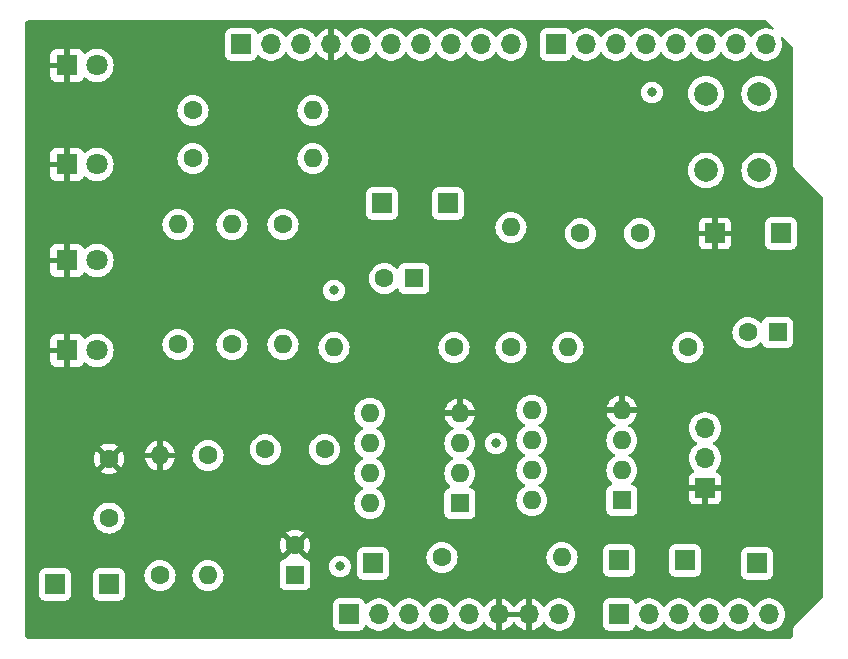
<source format=gbr>
%TF.GenerationSoftware,KiCad,Pcbnew,7.0.1*%
%TF.CreationDate,2023-05-02T20:05:28+02:00*%
%TF.ProjectId,Lab1_SDHD,4c616231-5f53-4444-9844-2e6b69636164,v 1.0*%
%TF.SameCoordinates,Original*%
%TF.FileFunction,Copper,L2,Inr*%
%TF.FilePolarity,Positive*%
%FSLAX46Y46*%
G04 Gerber Fmt 4.6, Leading zero omitted, Abs format (unit mm)*
G04 Created by KiCad (PCBNEW 7.0.1) date 2023-05-02 20:05:28*
%MOMM*%
%LPD*%
G01*
G04 APERTURE LIST*
%TA.AperFunction,ComponentPad*%
%ADD10R,1.600000X1.600000*%
%TD*%
%TA.AperFunction,ComponentPad*%
%ADD11C,1.600000*%
%TD*%
%TA.AperFunction,ComponentPad*%
%ADD12O,1.600000X1.600000*%
%TD*%
%TA.AperFunction,ComponentPad*%
%ADD13R,1.800000X1.800000*%
%TD*%
%TA.AperFunction,ComponentPad*%
%ADD14C,1.800000*%
%TD*%
%TA.AperFunction,ComponentPad*%
%ADD15R,1.700000X1.700000*%
%TD*%
%TA.AperFunction,ComponentPad*%
%ADD16O,1.700000X1.700000*%
%TD*%
%TA.AperFunction,ComponentPad*%
%ADD17C,2.000000*%
%TD*%
%TA.AperFunction,ViaPad*%
%ADD18C,0.800000*%
%TD*%
G04 APERTURE END LIST*
D10*
X133440380Y-69012000D03*
D11*
X130940380Y-69012000D03*
X107620000Y-84292000D03*
X107620000Y-89292000D03*
X141656000Y-74854000D03*
D12*
X141656000Y-64694000D03*
D11*
X113462000Y-74600000D03*
D12*
X113462000Y-64440000D03*
D13*
X104064000Y-50978000D03*
D14*
X106604000Y-50978000D03*
D15*
X103048000Y-94920000D03*
X158928000Y-65202000D03*
X107620000Y-94920000D03*
D11*
X114732000Y-54788000D03*
D12*
X124892000Y-54788000D03*
D15*
X136322000Y-62662000D03*
X129972000Y-93142000D03*
D11*
X116002000Y-83998000D03*
D12*
X116002000Y-94158000D03*
D10*
X123368000Y-94093113D03*
D11*
X123368000Y-91593113D03*
D10*
X137328000Y-88052000D03*
D12*
X137328000Y-85512000D03*
X137328000Y-82972000D03*
X137328000Y-80432000D03*
X129708000Y-80432000D03*
X129708000Y-82972000D03*
X129708000Y-85512000D03*
X129708000Y-88052000D03*
D11*
X122352000Y-64440000D03*
D12*
X122352000Y-74600000D03*
D11*
X156642000Y-74854000D03*
D12*
X146482000Y-74854000D03*
D11*
X152538000Y-65202000D03*
X147538000Y-65202000D03*
X135814000Y-92634000D03*
D12*
X145974000Y-92634000D03*
D13*
X104059000Y-67488000D03*
D14*
X106599000Y-67488000D03*
D15*
X158084000Y-86777000D03*
D16*
X158084000Y-84237000D03*
X158084000Y-81697000D03*
D10*
X164222000Y-73584000D03*
D11*
X161722000Y-73584000D03*
D15*
X150800000Y-92888000D03*
D17*
X162666000Y-53368000D03*
X162666000Y-59868000D03*
X158166000Y-53368000D03*
X158166000Y-59868000D03*
D15*
X162484000Y-93142000D03*
D11*
X136830000Y-74854000D03*
D12*
X126670000Y-74854000D03*
D10*
X151044000Y-87798000D03*
D12*
X151044000Y-85258000D03*
X151044000Y-82718000D03*
X151044000Y-80178000D03*
X143424000Y-80178000D03*
X143424000Y-82718000D03*
X143424000Y-85258000D03*
X143424000Y-87798000D03*
D15*
X130734000Y-62662000D03*
X156388000Y-92888000D03*
D11*
X111938000Y-94158000D03*
D12*
X111938000Y-83998000D03*
D11*
X118034000Y-74600000D03*
D12*
X118034000Y-64440000D03*
D13*
X104064000Y-75108000D03*
D14*
X106604000Y-75108000D03*
D11*
X114732000Y-58852000D03*
D12*
X124892000Y-58852000D03*
D15*
X164516000Y-65202000D03*
D11*
X125868000Y-83490000D03*
X120868000Y-83490000D03*
D13*
X104059000Y-59360000D03*
D14*
X106599000Y-59360000D03*
D15*
X127940000Y-97460000D03*
D16*
X130480000Y-97460000D03*
X133020000Y-97460000D03*
X135560000Y-97460000D03*
X138100000Y-97460000D03*
X140640000Y-97460000D03*
X143180000Y-97460000D03*
X145720000Y-97460000D03*
D15*
X150800000Y-97460000D03*
D16*
X153340000Y-97460000D03*
X155880000Y-97460000D03*
X158420000Y-97460000D03*
X160960000Y-97460000D03*
X163500000Y-97460000D03*
D15*
X118796000Y-49200000D03*
D16*
X121336000Y-49200000D03*
X123876000Y-49200000D03*
X126416000Y-49200000D03*
X128956000Y-49200000D03*
X131496000Y-49200000D03*
X134036000Y-49200000D03*
X136576000Y-49200000D03*
X139116000Y-49200000D03*
X141656000Y-49200000D03*
D15*
X145466000Y-49200000D03*
D16*
X148006000Y-49200000D03*
X150546000Y-49200000D03*
X153086000Y-49200000D03*
X155626000Y-49200000D03*
X158166000Y-49200000D03*
X160706000Y-49200000D03*
X163246000Y-49200000D03*
D18*
X127178000Y-93396000D03*
X140386000Y-82982000D03*
X126670000Y-70028000D03*
X153594000Y-53264000D03*
%TA.AperFunction,Conductor*%
G36*
X163288777Y-47169939D02*
G01*
X163329005Y-47196819D01*
X163856592Y-47724406D01*
X163889117Y-47781647D01*
X163887756Y-47847469D01*
X163852894Y-47903317D01*
X163794358Y-47933448D01*
X163728649Y-47929368D01*
X163580638Y-47878556D01*
X163358569Y-47841500D01*
X163133431Y-47841500D01*
X162911363Y-47878556D01*
X162698427Y-47951657D01*
X162500424Y-48058811D01*
X162322760Y-48197094D01*
X162170279Y-48362730D01*
X162079809Y-48501205D01*
X162035017Y-48542438D01*
X161976000Y-48557383D01*
X161916983Y-48542438D01*
X161872191Y-48501205D01*
X161781723Y-48362734D01*
X161781722Y-48362732D01*
X161629240Y-48197094D01*
X161451576Y-48058811D01*
X161253574Y-47951658D01*
X161253573Y-47951657D01*
X161253572Y-47951657D01*
X161040636Y-47878556D01*
X160818569Y-47841500D01*
X160593431Y-47841500D01*
X160371363Y-47878556D01*
X160158427Y-47951657D01*
X159960424Y-48058811D01*
X159782760Y-48197094D01*
X159630279Y-48362730D01*
X159539809Y-48501205D01*
X159495017Y-48542438D01*
X159436000Y-48557383D01*
X159376983Y-48542438D01*
X159332191Y-48501205D01*
X159241723Y-48362734D01*
X159241722Y-48362732D01*
X159089240Y-48197094D01*
X158911576Y-48058811D01*
X158713574Y-47951658D01*
X158713573Y-47951657D01*
X158713572Y-47951657D01*
X158500636Y-47878556D01*
X158278569Y-47841500D01*
X158053431Y-47841500D01*
X157831363Y-47878556D01*
X157618427Y-47951657D01*
X157420424Y-48058811D01*
X157242760Y-48197094D01*
X157090279Y-48362730D01*
X156999809Y-48501205D01*
X156955017Y-48542438D01*
X156896000Y-48557383D01*
X156836983Y-48542438D01*
X156792191Y-48501205D01*
X156701723Y-48362734D01*
X156701722Y-48362732D01*
X156549240Y-48197094D01*
X156371576Y-48058811D01*
X156173574Y-47951658D01*
X156173573Y-47951657D01*
X156173572Y-47951657D01*
X155960636Y-47878556D01*
X155738569Y-47841500D01*
X155513431Y-47841500D01*
X155291363Y-47878556D01*
X155078427Y-47951657D01*
X154880424Y-48058811D01*
X154702760Y-48197094D01*
X154550279Y-48362730D01*
X154459809Y-48501205D01*
X154415017Y-48542438D01*
X154356000Y-48557383D01*
X154296983Y-48542438D01*
X154252191Y-48501205D01*
X154161723Y-48362734D01*
X154161722Y-48362732D01*
X154009240Y-48197094D01*
X153831576Y-48058811D01*
X153633574Y-47951658D01*
X153633573Y-47951657D01*
X153633572Y-47951657D01*
X153420636Y-47878556D01*
X153198569Y-47841500D01*
X152973431Y-47841500D01*
X152751363Y-47878556D01*
X152538427Y-47951657D01*
X152340424Y-48058811D01*
X152162760Y-48197094D01*
X152010279Y-48362730D01*
X151919809Y-48501205D01*
X151875017Y-48542438D01*
X151816000Y-48557383D01*
X151756983Y-48542438D01*
X151712191Y-48501205D01*
X151621723Y-48362734D01*
X151621722Y-48362732D01*
X151469240Y-48197094D01*
X151291576Y-48058811D01*
X151093574Y-47951658D01*
X151093573Y-47951657D01*
X151093572Y-47951657D01*
X150880636Y-47878556D01*
X150658569Y-47841500D01*
X150433431Y-47841500D01*
X150211363Y-47878556D01*
X149998427Y-47951657D01*
X149800424Y-48058811D01*
X149622760Y-48197094D01*
X149470279Y-48362730D01*
X149379809Y-48501205D01*
X149335017Y-48542438D01*
X149276000Y-48557383D01*
X149216983Y-48542438D01*
X149172191Y-48501205D01*
X149081723Y-48362734D01*
X149081722Y-48362732D01*
X148929240Y-48197094D01*
X148751576Y-48058811D01*
X148553574Y-47951658D01*
X148553573Y-47951657D01*
X148553572Y-47951657D01*
X148340636Y-47878556D01*
X148118569Y-47841500D01*
X147893431Y-47841500D01*
X147671363Y-47878556D01*
X147458427Y-47951657D01*
X147260424Y-48058811D01*
X147082759Y-48197094D01*
X147019548Y-48265759D01*
X146966924Y-48299612D01*
X146904470Y-48303460D01*
X146848089Y-48276322D01*
X146812138Y-48225110D01*
X146787427Y-48158861D01*
X146766889Y-48103796D01*
X146708951Y-48026400D01*
X146679261Y-47986738D01*
X146562203Y-47899110D01*
X146425205Y-47848011D01*
X146394919Y-47844755D01*
X146364638Y-47841500D01*
X144567362Y-47841500D01*
X144540445Y-47844393D01*
X144506794Y-47848011D01*
X144369796Y-47899110D01*
X144252738Y-47986738D01*
X144165110Y-48103796D01*
X144114011Y-48240794D01*
X144110393Y-48274445D01*
X144107689Y-48299612D01*
X144107500Y-48301366D01*
X144107500Y-50098634D01*
X144114011Y-50159205D01*
X144165110Y-50296203D01*
X144252738Y-50413261D01*
X144369796Y-50500889D01*
X144506794Y-50551988D01*
X144506797Y-50551988D01*
X144506799Y-50551989D01*
X144567362Y-50558500D01*
X146364634Y-50558500D01*
X146364638Y-50558500D01*
X146425201Y-50551989D01*
X146425203Y-50551988D01*
X146425205Y-50551988D01*
X146513403Y-50519091D01*
X146562204Y-50500889D01*
X146679261Y-50413261D01*
X146766889Y-50296204D01*
X146812137Y-50174889D01*
X146848089Y-50123677D01*
X146904471Y-50096539D01*
X146966925Y-50100387D01*
X147019548Y-50134241D01*
X147056969Y-50174890D01*
X147082760Y-50202906D01*
X147260424Y-50341189D01*
X147458426Y-50448342D01*
X147671365Y-50521444D01*
X147893431Y-50558500D01*
X148118569Y-50558500D01*
X148340635Y-50521444D01*
X148553574Y-50448342D01*
X148751576Y-50341189D01*
X148929240Y-50202906D01*
X149081722Y-50037268D01*
X149151097Y-49931080D01*
X149172191Y-49898795D01*
X149216982Y-49857561D01*
X149276000Y-49842616D01*
X149335018Y-49857561D01*
X149379809Y-49898795D01*
X149465644Y-50030176D01*
X149470278Y-50037268D01*
X149622760Y-50202906D01*
X149800424Y-50341189D01*
X149998426Y-50448342D01*
X150211365Y-50521444D01*
X150433431Y-50558500D01*
X150658569Y-50558500D01*
X150880635Y-50521444D01*
X151093574Y-50448342D01*
X151291576Y-50341189D01*
X151469240Y-50202906D01*
X151621722Y-50037268D01*
X151691097Y-49931080D01*
X151712191Y-49898795D01*
X151756982Y-49857561D01*
X151816000Y-49842616D01*
X151875018Y-49857561D01*
X151919809Y-49898795D01*
X152005644Y-50030176D01*
X152010278Y-50037268D01*
X152162760Y-50202906D01*
X152340424Y-50341189D01*
X152538426Y-50448342D01*
X152751365Y-50521444D01*
X152973431Y-50558500D01*
X153198569Y-50558500D01*
X153420635Y-50521444D01*
X153633574Y-50448342D01*
X153831576Y-50341189D01*
X154009240Y-50202906D01*
X154161722Y-50037268D01*
X154231097Y-49931080D01*
X154252191Y-49898795D01*
X154296982Y-49857561D01*
X154356000Y-49842616D01*
X154415018Y-49857561D01*
X154459809Y-49898795D01*
X154545644Y-50030176D01*
X154550278Y-50037268D01*
X154702760Y-50202906D01*
X154880424Y-50341189D01*
X155078426Y-50448342D01*
X155291365Y-50521444D01*
X155513431Y-50558500D01*
X155738569Y-50558500D01*
X155960635Y-50521444D01*
X156173574Y-50448342D01*
X156371576Y-50341189D01*
X156549240Y-50202906D01*
X156701722Y-50037268D01*
X156771097Y-49931080D01*
X156792191Y-49898795D01*
X156836982Y-49857561D01*
X156896000Y-49842616D01*
X156955018Y-49857561D01*
X156999809Y-49898795D01*
X157085644Y-50030176D01*
X157090278Y-50037268D01*
X157242760Y-50202906D01*
X157420424Y-50341189D01*
X157618426Y-50448342D01*
X157831365Y-50521444D01*
X158053431Y-50558500D01*
X158278569Y-50558500D01*
X158500635Y-50521444D01*
X158713574Y-50448342D01*
X158911576Y-50341189D01*
X159089240Y-50202906D01*
X159241722Y-50037268D01*
X159311097Y-49931080D01*
X159332191Y-49898795D01*
X159376982Y-49857561D01*
X159436000Y-49842616D01*
X159495018Y-49857561D01*
X159539809Y-49898795D01*
X159625644Y-50030176D01*
X159630278Y-50037268D01*
X159782760Y-50202906D01*
X159960424Y-50341189D01*
X160158426Y-50448342D01*
X160371365Y-50521444D01*
X160593431Y-50558500D01*
X160818569Y-50558500D01*
X161040635Y-50521444D01*
X161253574Y-50448342D01*
X161451576Y-50341189D01*
X161629240Y-50202906D01*
X161781722Y-50037268D01*
X161851097Y-49931080D01*
X161872191Y-49898795D01*
X161916982Y-49857561D01*
X161976000Y-49842616D01*
X162035018Y-49857561D01*
X162079809Y-49898795D01*
X162165644Y-50030176D01*
X162170278Y-50037268D01*
X162322760Y-50202906D01*
X162500424Y-50341189D01*
X162698426Y-50448342D01*
X162911365Y-50521444D01*
X163133431Y-50558500D01*
X163358569Y-50558500D01*
X163580635Y-50521444D01*
X163793574Y-50448342D01*
X163991576Y-50341189D01*
X164169240Y-50202906D01*
X164321722Y-50037268D01*
X164444860Y-49848791D01*
X164535296Y-49642616D01*
X164590564Y-49424368D01*
X164609156Y-49200000D01*
X164590564Y-48975632D01*
X164535296Y-48757384D01*
X164523147Y-48729688D01*
X164513927Y-48662510D01*
X164541422Y-48600524D01*
X164597412Y-48562270D01*
X164665153Y-48559187D01*
X164724385Y-48592199D01*
X165503181Y-49370995D01*
X165530061Y-49411223D01*
X165539500Y-49458676D01*
X165539500Y-59292856D01*
X165536666Y-59319214D01*
X165535640Y-59323926D01*
X165539184Y-59373461D01*
X165539500Y-59382308D01*
X165539500Y-59395803D01*
X165541419Y-59409153D01*
X165542365Y-59417947D01*
X165545909Y-59467483D01*
X165547594Y-59472001D01*
X165554147Y-59497676D01*
X165554712Y-59501603D01*
X165554835Y-59502458D01*
X165575457Y-59547612D01*
X165578845Y-59555790D01*
X165596204Y-59602331D01*
X165599095Y-59606194D01*
X165612620Y-59628987D01*
X165614622Y-59633372D01*
X165614623Y-59633373D01*
X165647147Y-59670907D01*
X165652689Y-59677786D01*
X165660779Y-59688593D01*
X165670321Y-59698135D01*
X165676354Y-59704615D01*
X165708870Y-59742142D01*
X165712927Y-59744749D01*
X165733571Y-59761385D01*
X168043181Y-62070995D01*
X168070061Y-62111223D01*
X168079500Y-62158676D01*
X168079500Y-95931324D01*
X168070061Y-95978777D01*
X168043181Y-96019005D01*
X165733569Y-98328615D01*
X165712936Y-98345244D01*
X165708872Y-98347855D01*
X165676351Y-98385386D01*
X165670330Y-98391854D01*
X165660777Y-98401408D01*
X165652677Y-98412227D01*
X165647132Y-98419107D01*
X165614624Y-98456624D01*
X165612618Y-98461017D01*
X165599098Y-98483802D01*
X165596203Y-98487668D01*
X165578851Y-98534191D01*
X165575466Y-98542365D01*
X165554834Y-98587545D01*
X165554147Y-98592323D01*
X165547596Y-98617990D01*
X165545909Y-98622513D01*
X165542365Y-98672053D01*
X165541420Y-98680846D01*
X165539500Y-98694204D01*
X165539500Y-98707692D01*
X165539184Y-98716539D01*
X165535640Y-98766073D01*
X165536666Y-98770786D01*
X165539500Y-98797144D01*
X165539500Y-99228243D01*
X165537973Y-99247642D01*
X165529773Y-99299411D01*
X165517785Y-99336307D01*
X165498474Y-99374207D01*
X165475670Y-99405593D01*
X165445593Y-99435670D01*
X165414207Y-99458474D01*
X165376307Y-99477785D01*
X165339411Y-99489773D01*
X165309068Y-99494579D01*
X165287639Y-99497973D01*
X165268243Y-99499500D01*
X100771757Y-99499500D01*
X100752360Y-99497973D01*
X100718098Y-99492546D01*
X100700588Y-99489773D01*
X100663695Y-99477786D01*
X100625790Y-99458472D01*
X100594406Y-99435670D01*
X100564329Y-99405593D01*
X100541528Y-99374211D01*
X100522212Y-99336301D01*
X100510227Y-99299417D01*
X100502025Y-99247629D01*
X100500500Y-99228243D01*
X100500500Y-98358634D01*
X126581500Y-98358634D01*
X126588011Y-98419205D01*
X126639110Y-98556203D01*
X126726738Y-98673261D01*
X126843796Y-98760889D01*
X126980794Y-98811988D01*
X126980797Y-98811988D01*
X126980799Y-98811989D01*
X127041362Y-98818500D01*
X128838634Y-98818500D01*
X128838638Y-98818500D01*
X128899201Y-98811989D01*
X128899203Y-98811988D01*
X128899205Y-98811988D01*
X129022305Y-98766073D01*
X129036204Y-98760889D01*
X129153261Y-98673261D01*
X129240889Y-98556204D01*
X129286137Y-98434889D01*
X129322089Y-98383677D01*
X129378471Y-98356539D01*
X129440925Y-98360387D01*
X129493548Y-98394241D01*
X129555021Y-98461017D01*
X129556760Y-98462906D01*
X129734424Y-98601189D01*
X129932426Y-98708342D01*
X130145365Y-98781444D01*
X130367431Y-98818500D01*
X130592569Y-98818500D01*
X130814635Y-98781444D01*
X131027574Y-98708342D01*
X131225576Y-98601189D01*
X131403240Y-98462906D01*
X131555722Y-98297268D01*
X131646190Y-98158795D01*
X131690982Y-98117561D01*
X131750000Y-98102616D01*
X131809018Y-98117561D01*
X131853809Y-98158795D01*
X131944278Y-98297268D01*
X132096760Y-98462906D01*
X132274424Y-98601189D01*
X132472426Y-98708342D01*
X132685365Y-98781444D01*
X132907431Y-98818500D01*
X133132569Y-98818500D01*
X133354635Y-98781444D01*
X133567574Y-98708342D01*
X133765576Y-98601189D01*
X133943240Y-98462906D01*
X134095722Y-98297268D01*
X134186190Y-98158795D01*
X134230982Y-98117561D01*
X134290000Y-98102616D01*
X134349018Y-98117561D01*
X134393809Y-98158795D01*
X134484278Y-98297268D01*
X134636760Y-98462906D01*
X134814424Y-98601189D01*
X135012426Y-98708342D01*
X135225365Y-98781444D01*
X135447431Y-98818500D01*
X135672569Y-98818500D01*
X135894635Y-98781444D01*
X136107574Y-98708342D01*
X136305576Y-98601189D01*
X136483240Y-98462906D01*
X136635722Y-98297268D01*
X136726190Y-98158795D01*
X136770982Y-98117561D01*
X136830000Y-98102616D01*
X136889018Y-98117561D01*
X136933809Y-98158795D01*
X137024278Y-98297268D01*
X137176760Y-98462906D01*
X137354424Y-98601189D01*
X137552426Y-98708342D01*
X137765365Y-98781444D01*
X137987431Y-98818500D01*
X138212569Y-98818500D01*
X138434635Y-98781444D01*
X138647574Y-98708342D01*
X138845576Y-98601189D01*
X139023240Y-98462906D01*
X139175722Y-98297268D01*
X139269748Y-98153349D01*
X139313663Y-98112595D01*
X139371562Y-98097188D01*
X139429926Y-98110726D01*
X139475131Y-98150048D01*
X139601892Y-98331080D01*
X139768918Y-98498106D01*
X139962423Y-98633600D01*
X140176507Y-98733430D01*
X140389999Y-98790635D01*
X140390000Y-98790636D01*
X140390000Y-97710000D01*
X140890000Y-97710000D01*
X140890000Y-98790635D01*
X141103492Y-98733430D01*
X141317576Y-98633600D01*
X141511081Y-98498106D01*
X141678106Y-98331081D01*
X141808425Y-98144968D01*
X141852743Y-98106103D01*
X141910000Y-98092092D01*
X141967257Y-98106103D01*
X142011575Y-98144968D01*
X142141893Y-98331081D01*
X142308918Y-98498106D01*
X142502423Y-98633600D01*
X142716507Y-98733430D01*
X142929999Y-98790635D01*
X142930000Y-98790636D01*
X142930000Y-98790635D01*
X143430000Y-98790635D01*
X143643492Y-98733430D01*
X143857576Y-98633600D01*
X144051081Y-98498106D01*
X144218106Y-98331081D01*
X144344868Y-98150048D01*
X144390072Y-98110726D01*
X144448436Y-98097188D01*
X144506335Y-98112595D01*
X144550252Y-98153351D01*
X144644276Y-98297267D01*
X144723824Y-98383677D01*
X144796760Y-98462906D01*
X144974424Y-98601189D01*
X145172426Y-98708342D01*
X145385365Y-98781444D01*
X145607431Y-98818500D01*
X145832569Y-98818500D01*
X146054635Y-98781444D01*
X146267574Y-98708342D01*
X146465576Y-98601189D01*
X146643240Y-98462906D01*
X146739230Y-98358634D01*
X149441500Y-98358634D01*
X149448011Y-98419205D01*
X149499110Y-98556203D01*
X149586738Y-98673261D01*
X149703796Y-98760889D01*
X149840794Y-98811988D01*
X149840797Y-98811988D01*
X149840799Y-98811989D01*
X149901362Y-98818500D01*
X151698634Y-98818500D01*
X151698638Y-98818500D01*
X151759201Y-98811989D01*
X151759203Y-98811988D01*
X151759205Y-98811988D01*
X151882305Y-98766073D01*
X151896204Y-98760889D01*
X152013261Y-98673261D01*
X152100889Y-98556204D01*
X152146137Y-98434889D01*
X152182089Y-98383677D01*
X152238471Y-98356539D01*
X152300925Y-98360387D01*
X152353548Y-98394241D01*
X152415021Y-98461017D01*
X152416760Y-98462906D01*
X152594424Y-98601189D01*
X152792426Y-98708342D01*
X153005365Y-98781444D01*
X153227431Y-98818500D01*
X153452569Y-98818500D01*
X153674635Y-98781444D01*
X153887574Y-98708342D01*
X154085576Y-98601189D01*
X154263240Y-98462906D01*
X154415722Y-98297268D01*
X154506190Y-98158795D01*
X154550982Y-98117561D01*
X154610000Y-98102616D01*
X154669018Y-98117561D01*
X154713809Y-98158795D01*
X154804278Y-98297268D01*
X154956760Y-98462906D01*
X155134424Y-98601189D01*
X155332426Y-98708342D01*
X155545365Y-98781444D01*
X155767431Y-98818500D01*
X155992569Y-98818500D01*
X156214635Y-98781444D01*
X156427574Y-98708342D01*
X156625576Y-98601189D01*
X156803240Y-98462906D01*
X156955722Y-98297268D01*
X157046190Y-98158795D01*
X157090982Y-98117561D01*
X157150000Y-98102616D01*
X157209018Y-98117561D01*
X157253809Y-98158795D01*
X157344278Y-98297268D01*
X157496760Y-98462906D01*
X157674424Y-98601189D01*
X157872426Y-98708342D01*
X158085365Y-98781444D01*
X158307431Y-98818500D01*
X158532569Y-98818500D01*
X158754635Y-98781444D01*
X158967574Y-98708342D01*
X159165576Y-98601189D01*
X159343240Y-98462906D01*
X159495722Y-98297268D01*
X159586190Y-98158795D01*
X159630982Y-98117561D01*
X159690000Y-98102616D01*
X159749018Y-98117561D01*
X159793809Y-98158795D01*
X159884278Y-98297268D01*
X160036760Y-98462906D01*
X160214424Y-98601189D01*
X160412426Y-98708342D01*
X160625365Y-98781444D01*
X160847431Y-98818500D01*
X161072569Y-98818500D01*
X161294635Y-98781444D01*
X161507574Y-98708342D01*
X161705576Y-98601189D01*
X161883240Y-98462906D01*
X162035722Y-98297268D01*
X162126190Y-98158795D01*
X162170982Y-98117561D01*
X162230000Y-98102616D01*
X162289018Y-98117561D01*
X162333809Y-98158795D01*
X162424278Y-98297268D01*
X162576760Y-98462906D01*
X162754424Y-98601189D01*
X162952426Y-98708342D01*
X163165365Y-98781444D01*
X163387431Y-98818500D01*
X163612569Y-98818500D01*
X163834635Y-98781444D01*
X164047574Y-98708342D01*
X164245576Y-98601189D01*
X164423240Y-98462906D01*
X164575722Y-98297268D01*
X164698860Y-98108791D01*
X164789296Y-97902616D01*
X164844564Y-97684368D01*
X164863156Y-97460000D01*
X164844564Y-97235632D01*
X164789296Y-97017384D01*
X164698860Y-96811209D01*
X164575722Y-96622732D01*
X164423240Y-96457094D01*
X164245576Y-96318811D01*
X164047574Y-96211658D01*
X164047573Y-96211657D01*
X164047572Y-96211657D01*
X163834636Y-96138556D01*
X163612569Y-96101500D01*
X163387431Y-96101500D01*
X163165363Y-96138556D01*
X162952427Y-96211657D01*
X162754424Y-96318811D01*
X162576760Y-96457094D01*
X162424279Y-96622730D01*
X162333809Y-96761205D01*
X162289017Y-96802438D01*
X162230000Y-96817383D01*
X162170983Y-96802438D01*
X162126191Y-96761205D01*
X162035723Y-96622734D01*
X162035722Y-96622732D01*
X161883240Y-96457094D01*
X161705576Y-96318811D01*
X161507574Y-96211658D01*
X161507573Y-96211657D01*
X161507572Y-96211657D01*
X161294636Y-96138556D01*
X161072569Y-96101500D01*
X160847431Y-96101500D01*
X160625363Y-96138556D01*
X160412427Y-96211657D01*
X160214424Y-96318811D01*
X160036760Y-96457094D01*
X159884279Y-96622730D01*
X159793809Y-96761205D01*
X159749017Y-96802438D01*
X159690000Y-96817383D01*
X159630983Y-96802438D01*
X159586191Y-96761205D01*
X159495723Y-96622734D01*
X159495722Y-96622732D01*
X159343240Y-96457094D01*
X159165576Y-96318811D01*
X158967574Y-96211658D01*
X158967573Y-96211657D01*
X158967572Y-96211657D01*
X158754636Y-96138556D01*
X158532569Y-96101500D01*
X158307431Y-96101500D01*
X158085363Y-96138556D01*
X157872427Y-96211657D01*
X157674424Y-96318811D01*
X157496760Y-96457094D01*
X157344279Y-96622730D01*
X157253809Y-96761205D01*
X157209017Y-96802438D01*
X157150000Y-96817383D01*
X157090983Y-96802438D01*
X157046191Y-96761205D01*
X156955723Y-96622734D01*
X156955722Y-96622732D01*
X156803240Y-96457094D01*
X156625576Y-96318811D01*
X156427574Y-96211658D01*
X156427573Y-96211657D01*
X156427572Y-96211657D01*
X156214636Y-96138556D01*
X155992569Y-96101500D01*
X155767431Y-96101500D01*
X155545363Y-96138556D01*
X155332427Y-96211657D01*
X155134424Y-96318811D01*
X154956760Y-96457094D01*
X154804279Y-96622730D01*
X154713809Y-96761205D01*
X154669017Y-96802438D01*
X154610000Y-96817383D01*
X154550983Y-96802438D01*
X154506191Y-96761205D01*
X154415723Y-96622734D01*
X154415722Y-96622732D01*
X154263240Y-96457094D01*
X154085576Y-96318811D01*
X153887574Y-96211658D01*
X153887573Y-96211657D01*
X153887572Y-96211657D01*
X153674636Y-96138556D01*
X153452569Y-96101500D01*
X153227431Y-96101500D01*
X153005363Y-96138556D01*
X152792427Y-96211657D01*
X152594424Y-96318811D01*
X152416759Y-96457094D01*
X152353548Y-96525759D01*
X152300924Y-96559612D01*
X152238470Y-96563460D01*
X152182089Y-96536322D01*
X152146138Y-96485110D01*
X152107552Y-96381660D01*
X152100889Y-96363796D01*
X152042951Y-96286400D01*
X152013261Y-96246738D01*
X151896203Y-96159110D01*
X151759205Y-96108011D01*
X151728919Y-96104755D01*
X151698638Y-96101500D01*
X149901362Y-96101500D01*
X149874445Y-96104393D01*
X149840794Y-96108011D01*
X149703796Y-96159110D01*
X149586738Y-96246738D01*
X149499110Y-96363796D01*
X149448011Y-96500794D01*
X149444735Y-96531267D01*
X149441689Y-96559612D01*
X149441500Y-96561366D01*
X149441500Y-98358634D01*
X146739230Y-98358634D01*
X146795722Y-98297268D01*
X146918860Y-98108791D01*
X147009296Y-97902616D01*
X147064564Y-97684368D01*
X147083156Y-97460000D01*
X147064564Y-97235632D01*
X147009296Y-97017384D01*
X146918860Y-96811209D01*
X146795722Y-96622732D01*
X146643240Y-96457094D01*
X146465576Y-96318811D01*
X146267574Y-96211658D01*
X146267573Y-96211657D01*
X146267572Y-96211657D01*
X146054636Y-96138556D01*
X145832569Y-96101500D01*
X145607431Y-96101500D01*
X145385363Y-96138556D01*
X145172427Y-96211657D01*
X144974424Y-96318811D01*
X144796760Y-96457094D01*
X144644275Y-96622734D01*
X144550250Y-96766650D01*
X144506334Y-96807405D01*
X144448435Y-96822812D01*
X144390071Y-96809274D01*
X144344867Y-96769951D01*
X144218109Y-96588921D01*
X144051081Y-96421893D01*
X143857576Y-96286399D01*
X143643492Y-96186569D01*
X143430000Y-96129364D01*
X143430000Y-98790635D01*
X142930000Y-98790635D01*
X142930000Y-97710000D01*
X140890000Y-97710000D01*
X140390000Y-97710000D01*
X140390000Y-97210000D01*
X140890000Y-97210000D01*
X142930000Y-97210000D01*
X142930000Y-96129364D01*
X142929999Y-96129364D01*
X142716507Y-96186569D01*
X142502421Y-96286400D01*
X142308921Y-96421890D01*
X142141893Y-96588918D01*
X142011575Y-96775032D01*
X141967257Y-96813897D01*
X141910000Y-96827908D01*
X141852743Y-96813897D01*
X141808425Y-96775032D01*
X141678106Y-96588918D01*
X141511081Y-96421893D01*
X141317576Y-96286399D01*
X141103492Y-96186569D01*
X140890000Y-96129364D01*
X140890000Y-97210000D01*
X140390000Y-97210000D01*
X140390000Y-96129364D01*
X140389999Y-96129364D01*
X140176507Y-96186569D01*
X139962421Y-96286400D01*
X139768921Y-96421890D01*
X139601893Y-96588918D01*
X139475132Y-96769952D01*
X139429928Y-96809274D01*
X139371564Y-96822812D01*
X139313665Y-96807405D01*
X139269748Y-96766649D01*
X139175723Y-96622732D01*
X139066646Y-96504245D01*
X139023240Y-96457094D01*
X138845576Y-96318811D01*
X138647574Y-96211658D01*
X138647573Y-96211657D01*
X138647572Y-96211657D01*
X138434636Y-96138556D01*
X138212569Y-96101500D01*
X137987431Y-96101500D01*
X137765363Y-96138556D01*
X137552427Y-96211657D01*
X137354424Y-96318811D01*
X137176760Y-96457094D01*
X137024279Y-96622730D01*
X136933809Y-96761205D01*
X136889017Y-96802438D01*
X136830000Y-96817383D01*
X136770983Y-96802438D01*
X136726191Y-96761205D01*
X136635723Y-96622734D01*
X136635722Y-96622732D01*
X136483240Y-96457094D01*
X136305576Y-96318811D01*
X136107574Y-96211658D01*
X136107573Y-96211657D01*
X136107572Y-96211657D01*
X135894636Y-96138556D01*
X135672569Y-96101500D01*
X135447431Y-96101500D01*
X135225363Y-96138556D01*
X135012427Y-96211657D01*
X134814424Y-96318811D01*
X134636760Y-96457094D01*
X134484279Y-96622730D01*
X134393809Y-96761205D01*
X134349017Y-96802438D01*
X134290000Y-96817383D01*
X134230983Y-96802438D01*
X134186191Y-96761205D01*
X134095723Y-96622734D01*
X134095722Y-96622732D01*
X133943240Y-96457094D01*
X133765576Y-96318811D01*
X133567574Y-96211658D01*
X133567573Y-96211657D01*
X133567572Y-96211657D01*
X133354636Y-96138556D01*
X133132569Y-96101500D01*
X132907431Y-96101500D01*
X132685363Y-96138556D01*
X132472427Y-96211657D01*
X132274424Y-96318811D01*
X132096760Y-96457094D01*
X131944279Y-96622730D01*
X131853809Y-96761205D01*
X131809017Y-96802438D01*
X131750000Y-96817383D01*
X131690983Y-96802438D01*
X131646191Y-96761205D01*
X131555723Y-96622734D01*
X131555722Y-96622732D01*
X131403240Y-96457094D01*
X131225576Y-96318811D01*
X131027574Y-96211658D01*
X131027573Y-96211657D01*
X131027572Y-96211657D01*
X130814636Y-96138556D01*
X130592569Y-96101500D01*
X130367431Y-96101500D01*
X130145363Y-96138556D01*
X129932427Y-96211657D01*
X129734424Y-96318811D01*
X129556759Y-96457094D01*
X129493548Y-96525759D01*
X129440924Y-96559612D01*
X129378470Y-96563460D01*
X129322089Y-96536322D01*
X129286138Y-96485110D01*
X129247552Y-96381660D01*
X129240889Y-96363796D01*
X129182951Y-96286400D01*
X129153261Y-96246738D01*
X129036203Y-96159110D01*
X128899205Y-96108011D01*
X128868919Y-96104755D01*
X128838638Y-96101500D01*
X127041362Y-96101500D01*
X127014445Y-96104393D01*
X126980794Y-96108011D01*
X126843796Y-96159110D01*
X126726738Y-96246738D01*
X126639110Y-96363796D01*
X126588011Y-96500794D01*
X126584735Y-96531267D01*
X126581689Y-96559612D01*
X126581500Y-96561366D01*
X126581500Y-98358634D01*
X100500500Y-98358634D01*
X100500500Y-95818634D01*
X101689500Y-95818634D01*
X101696011Y-95879205D01*
X101747110Y-96016203D01*
X101834738Y-96133261D01*
X101951796Y-96220889D01*
X102088794Y-96271988D01*
X102088797Y-96271988D01*
X102088799Y-96271989D01*
X102149362Y-96278500D01*
X103946634Y-96278500D01*
X103946638Y-96278500D01*
X104007201Y-96271989D01*
X104007203Y-96271988D01*
X104007205Y-96271988D01*
X104085124Y-96242924D01*
X104144204Y-96220889D01*
X104261261Y-96133261D01*
X104348889Y-96016204D01*
X104399989Y-95879201D01*
X104406500Y-95818638D01*
X104406500Y-95818634D01*
X106261500Y-95818634D01*
X106268011Y-95879205D01*
X106319110Y-96016203D01*
X106406738Y-96133261D01*
X106523796Y-96220889D01*
X106660794Y-96271988D01*
X106660797Y-96271988D01*
X106660799Y-96271989D01*
X106721362Y-96278500D01*
X108518634Y-96278500D01*
X108518638Y-96278500D01*
X108579201Y-96271989D01*
X108579203Y-96271988D01*
X108579205Y-96271988D01*
X108657124Y-96242924D01*
X108716204Y-96220889D01*
X108833261Y-96133261D01*
X108920889Y-96016204D01*
X108971989Y-95879201D01*
X108978500Y-95818638D01*
X108978500Y-94157999D01*
X110624501Y-94157999D01*
X110644456Y-94386084D01*
X110703717Y-94607246D01*
X110800474Y-94814744D01*
X110800476Y-94814746D01*
X110800477Y-94814749D01*
X110931802Y-95002300D01*
X111093700Y-95164198D01*
X111281251Y-95295523D01*
X111488757Y-95392284D01*
X111709913Y-95451543D01*
X111938000Y-95471498D01*
X112166087Y-95451543D01*
X112387243Y-95392284D01*
X112594749Y-95295523D01*
X112782300Y-95164198D01*
X112944198Y-95002300D01*
X113075523Y-94814749D01*
X113172284Y-94607243D01*
X113231543Y-94386087D01*
X113251498Y-94158000D01*
X113251498Y-94157999D01*
X114688501Y-94157999D01*
X114708456Y-94386084D01*
X114767717Y-94607246D01*
X114864474Y-94814744D01*
X114864476Y-94814746D01*
X114864477Y-94814749D01*
X114995802Y-95002300D01*
X115157700Y-95164198D01*
X115345251Y-95295523D01*
X115552757Y-95392284D01*
X115773913Y-95451543D01*
X116002000Y-95471498D01*
X116230087Y-95451543D01*
X116451243Y-95392284D01*
X116658749Y-95295523D01*
X116846300Y-95164198D01*
X117008198Y-95002300D01*
X117050598Y-94941747D01*
X122059500Y-94941747D01*
X122066011Y-95002318D01*
X122117110Y-95139316D01*
X122204738Y-95256374D01*
X122321796Y-95344002D01*
X122458794Y-95395101D01*
X122458797Y-95395101D01*
X122458799Y-95395102D01*
X122519362Y-95401613D01*
X124216634Y-95401613D01*
X124216638Y-95401613D01*
X124277201Y-95395102D01*
X124277203Y-95395101D01*
X124277205Y-95395101D01*
X124355124Y-95366037D01*
X124414204Y-95344002D01*
X124531261Y-95256374D01*
X124618889Y-95139317D01*
X124669989Y-95002314D01*
X124676500Y-94941751D01*
X124676500Y-93395999D01*
X126264496Y-93395999D01*
X126284458Y-93585929D01*
X126343472Y-93767556D01*
X126438957Y-93932941D01*
X126438960Y-93932944D01*
X126566747Y-94074866D01*
X126681171Y-94158000D01*
X126721248Y-94187118D01*
X126895714Y-94264795D01*
X127082511Y-94304500D01*
X127082513Y-94304500D01*
X127273487Y-94304500D01*
X127273489Y-94304500D01*
X127460285Y-94264795D01*
X127460286Y-94264794D01*
X127460288Y-94264794D01*
X127634752Y-94187118D01*
X127789253Y-94074866D01*
X127820076Y-94040634D01*
X128613500Y-94040634D01*
X128620011Y-94101205D01*
X128671110Y-94238203D01*
X128758738Y-94355261D01*
X128875796Y-94442889D01*
X129012794Y-94493988D01*
X129012797Y-94493988D01*
X129012799Y-94493989D01*
X129073362Y-94500500D01*
X130870634Y-94500500D01*
X130870638Y-94500500D01*
X130931201Y-94493989D01*
X130931203Y-94493988D01*
X130931205Y-94493988D01*
X131009124Y-94464924D01*
X131068204Y-94442889D01*
X131185261Y-94355261D01*
X131272889Y-94238204D01*
X131323989Y-94101201D01*
X131330500Y-94040638D01*
X131330500Y-92634000D01*
X134500501Y-92634000D01*
X134520456Y-92862084D01*
X134536971Y-92923717D01*
X134563960Y-93024443D01*
X134579717Y-93083246D01*
X134676474Y-93290744D01*
X134676476Y-93290746D01*
X134676477Y-93290749D01*
X134807802Y-93478300D01*
X134969700Y-93640198D01*
X135157251Y-93771523D01*
X135364757Y-93868284D01*
X135585913Y-93927543D01*
X135814000Y-93947498D01*
X136042087Y-93927543D01*
X136263243Y-93868284D01*
X136470749Y-93771523D01*
X136658300Y-93640198D01*
X136820198Y-93478300D01*
X136951523Y-93290749D01*
X137048284Y-93083243D01*
X137107543Y-92862087D01*
X137127498Y-92634000D01*
X144660501Y-92634000D01*
X144680456Y-92862084D01*
X144696971Y-92923717D01*
X144723960Y-93024443D01*
X144739717Y-93083246D01*
X144836474Y-93290744D01*
X144836476Y-93290746D01*
X144836477Y-93290749D01*
X144967802Y-93478300D01*
X145129700Y-93640198D01*
X145317251Y-93771523D01*
X145524757Y-93868284D01*
X145745913Y-93927543D01*
X145974000Y-93947498D01*
X146202087Y-93927543D01*
X146423243Y-93868284D01*
X146598343Y-93786634D01*
X149441500Y-93786634D01*
X149448011Y-93847205D01*
X149499110Y-93984203D01*
X149586738Y-94101261D01*
X149703796Y-94188889D01*
X149840794Y-94239988D01*
X149840797Y-94239988D01*
X149840799Y-94239989D01*
X149901362Y-94246500D01*
X151698634Y-94246500D01*
X151698638Y-94246500D01*
X151759201Y-94239989D01*
X151759203Y-94239988D01*
X151759205Y-94239988D01*
X151837124Y-94210924D01*
X151896204Y-94188889D01*
X152013261Y-94101261D01*
X152100889Y-93984204D01*
X152122924Y-93925124D01*
X152151988Y-93847205D01*
X152151988Y-93847203D01*
X152151989Y-93847201D01*
X152158500Y-93786638D01*
X152158500Y-93786634D01*
X155029500Y-93786634D01*
X155036011Y-93847205D01*
X155087110Y-93984203D01*
X155174738Y-94101261D01*
X155291796Y-94188889D01*
X155428794Y-94239988D01*
X155428797Y-94239988D01*
X155428799Y-94239989D01*
X155489362Y-94246500D01*
X157286634Y-94246500D01*
X157286638Y-94246500D01*
X157347201Y-94239989D01*
X157347203Y-94239988D01*
X157347205Y-94239988D01*
X157425124Y-94210924D01*
X157484204Y-94188889D01*
X157601261Y-94101261D01*
X157646646Y-94040634D01*
X161125500Y-94040634D01*
X161132011Y-94101205D01*
X161183110Y-94238203D01*
X161270738Y-94355261D01*
X161387796Y-94442889D01*
X161524794Y-94493988D01*
X161524797Y-94493988D01*
X161524799Y-94493989D01*
X161585362Y-94500500D01*
X163382634Y-94500500D01*
X163382638Y-94500500D01*
X163443201Y-94493989D01*
X163443203Y-94493988D01*
X163443205Y-94493988D01*
X163521124Y-94464924D01*
X163580204Y-94442889D01*
X163697261Y-94355261D01*
X163784889Y-94238204D01*
X163835989Y-94101201D01*
X163842500Y-94040638D01*
X163842500Y-92243362D01*
X163835989Y-92182799D01*
X163835988Y-92182797D01*
X163835988Y-92182794D01*
X163784889Y-92045796D01*
X163697261Y-91928738D01*
X163580203Y-91841110D01*
X163443205Y-91790011D01*
X163412919Y-91786755D01*
X163382638Y-91783500D01*
X161585362Y-91783500D01*
X161558445Y-91786393D01*
X161524794Y-91790011D01*
X161387796Y-91841110D01*
X161270738Y-91928738D01*
X161183110Y-92045796D01*
X161132011Y-92182794D01*
X161125500Y-92243366D01*
X161125500Y-94040634D01*
X157646646Y-94040634D01*
X157688889Y-93984204D01*
X157710924Y-93925124D01*
X157739988Y-93847205D01*
X157739988Y-93847203D01*
X157739989Y-93847201D01*
X157746500Y-93786638D01*
X157746500Y-91989362D01*
X157739989Y-91928799D01*
X157739988Y-91928797D01*
X157739988Y-91928794D01*
X157688889Y-91791796D01*
X157601261Y-91674738D01*
X157484203Y-91587110D01*
X157347205Y-91536011D01*
X157316919Y-91532755D01*
X157286638Y-91529500D01*
X155489362Y-91529500D01*
X155462445Y-91532393D01*
X155428794Y-91536011D01*
X155291796Y-91587110D01*
X155174738Y-91674738D01*
X155087110Y-91791796D01*
X155036011Y-91928794D01*
X155029500Y-91989366D01*
X155029500Y-93786634D01*
X152158500Y-93786634D01*
X152158500Y-91989362D01*
X152151989Y-91928799D01*
X152151988Y-91928797D01*
X152151988Y-91928794D01*
X152100889Y-91791796D01*
X152013261Y-91674738D01*
X151896203Y-91587110D01*
X151759205Y-91536011D01*
X151728919Y-91532755D01*
X151698638Y-91529500D01*
X149901362Y-91529500D01*
X149874445Y-91532393D01*
X149840794Y-91536011D01*
X149703796Y-91587110D01*
X149586738Y-91674738D01*
X149499110Y-91791796D01*
X149448011Y-91928794D01*
X149441500Y-91989366D01*
X149441500Y-93786634D01*
X146598343Y-93786634D01*
X146630749Y-93771523D01*
X146818300Y-93640198D01*
X146980198Y-93478300D01*
X147111523Y-93290749D01*
X147208284Y-93083243D01*
X147267543Y-92862087D01*
X147287498Y-92634000D01*
X147267543Y-92405913D01*
X147208284Y-92184757D01*
X147117172Y-91989366D01*
X147111525Y-91977255D01*
X147111524Y-91977254D01*
X147111523Y-91977251D01*
X146980198Y-91789700D01*
X146818300Y-91627802D01*
X146630749Y-91496477D01*
X146630746Y-91496476D01*
X146630744Y-91496474D01*
X146423246Y-91399717D01*
X146423243Y-91399716D01*
X146312664Y-91370086D01*
X146202084Y-91340456D01*
X145973999Y-91320501D01*
X145745915Y-91340456D01*
X145524753Y-91399717D01*
X145317255Y-91496474D01*
X145129696Y-91627805D01*
X144967805Y-91789696D01*
X144967802Y-91789699D01*
X144967802Y-91789700D01*
X144946785Y-91819715D01*
X144836474Y-91977255D01*
X144739717Y-92184753D01*
X144680456Y-92405915D01*
X144660501Y-92634000D01*
X137127498Y-92634000D01*
X137107543Y-92405913D01*
X137048284Y-92184757D01*
X136957172Y-91989366D01*
X136951525Y-91977255D01*
X136951524Y-91977254D01*
X136951523Y-91977251D01*
X136820198Y-91789700D01*
X136658300Y-91627802D01*
X136470749Y-91496477D01*
X136470746Y-91496476D01*
X136470744Y-91496474D01*
X136263246Y-91399717D01*
X136263243Y-91399716D01*
X136152664Y-91370086D01*
X136042084Y-91340456D01*
X135813999Y-91320501D01*
X135585915Y-91340456D01*
X135364753Y-91399717D01*
X135157255Y-91496474D01*
X134969696Y-91627805D01*
X134807805Y-91789696D01*
X134807802Y-91789699D01*
X134807802Y-91789700D01*
X134786785Y-91819715D01*
X134676474Y-91977255D01*
X134579717Y-92184753D01*
X134520456Y-92405915D01*
X134500501Y-92634000D01*
X131330500Y-92634000D01*
X131330500Y-92243362D01*
X131323989Y-92182799D01*
X131323988Y-92182797D01*
X131323988Y-92182794D01*
X131272889Y-92045796D01*
X131185261Y-91928738D01*
X131068203Y-91841110D01*
X130931205Y-91790011D01*
X130900919Y-91786755D01*
X130870638Y-91783500D01*
X129073362Y-91783500D01*
X129046445Y-91786393D01*
X129012794Y-91790011D01*
X128875796Y-91841110D01*
X128758738Y-91928738D01*
X128671110Y-92045796D01*
X128620011Y-92182794D01*
X128613500Y-92243366D01*
X128613500Y-94040634D01*
X127820076Y-94040634D01*
X127917040Y-93932944D01*
X127920159Y-93927543D01*
X128012527Y-93767556D01*
X128053908Y-93640198D01*
X128071542Y-93585928D01*
X128091504Y-93396000D01*
X128071542Y-93206072D01*
X128031632Y-93083243D01*
X128012527Y-93024443D01*
X127917042Y-92859058D01*
X127897442Y-92837291D01*
X127789253Y-92717134D01*
X127634752Y-92604882D01*
X127634751Y-92604881D01*
X127460285Y-92527204D01*
X127273489Y-92487500D01*
X127273487Y-92487500D01*
X127082513Y-92487500D01*
X127082511Y-92487500D01*
X126895714Y-92527204D01*
X126721248Y-92604881D01*
X126566748Y-92717133D01*
X126438957Y-92859058D01*
X126343472Y-93024443D01*
X126284458Y-93206070D01*
X126264496Y-93395999D01*
X124676500Y-93395999D01*
X124676500Y-93244475D01*
X124669989Y-93183912D01*
X124669988Y-93183910D01*
X124669988Y-93183907D01*
X124618889Y-93046909D01*
X124531261Y-92929851D01*
X124414203Y-92842223D01*
X124277205Y-92791124D01*
X124242902Y-92787436D01*
X124216638Y-92784613D01*
X124216635Y-92784613D01*
X124210030Y-92783903D01*
X124210219Y-92782135D01*
X124153857Y-92766151D01*
X124108143Y-92716263D01*
X124101173Y-92679839D01*
X123368001Y-91946666D01*
X123368000Y-91946666D01*
X122634825Y-92679839D01*
X122627856Y-92716263D01*
X122582142Y-92766151D01*
X122525780Y-92782135D01*
X122525970Y-92783903D01*
X122519365Y-92784613D01*
X122519362Y-92784613D01*
X122496818Y-92787036D01*
X122458794Y-92791124D01*
X122321796Y-92842223D01*
X122204738Y-92929851D01*
X122117110Y-93046909D01*
X122066011Y-93183907D01*
X122059500Y-93244479D01*
X122059500Y-94941747D01*
X117050598Y-94941747D01*
X117139523Y-94814749D01*
X117236284Y-94607243D01*
X117295543Y-94386087D01*
X117315498Y-94158000D01*
X117295543Y-93929913D01*
X117236284Y-93708757D01*
X117179008Y-93585928D01*
X117139525Y-93501255D01*
X117139524Y-93501254D01*
X117139523Y-93501251D01*
X117008198Y-93313700D01*
X116846300Y-93151802D01*
X116658749Y-93020477D01*
X116658746Y-93020476D01*
X116658744Y-93020474D01*
X116451246Y-92923717D01*
X116451243Y-92923716D01*
X116340665Y-92894086D01*
X116230084Y-92864456D01*
X116002000Y-92844501D01*
X115773915Y-92864456D01*
X115552753Y-92923717D01*
X115345255Y-93020474D01*
X115157696Y-93151805D01*
X114995805Y-93313696D01*
X114864474Y-93501255D01*
X114767717Y-93708753D01*
X114708456Y-93929915D01*
X114688501Y-94157999D01*
X113251498Y-94157999D01*
X113231543Y-93929913D01*
X113172284Y-93708757D01*
X113115008Y-93585928D01*
X113075525Y-93501255D01*
X113075524Y-93501254D01*
X113075523Y-93501251D01*
X112944198Y-93313700D01*
X112782300Y-93151802D01*
X112594749Y-93020477D01*
X112594746Y-93020476D01*
X112594744Y-93020474D01*
X112387246Y-92923717D01*
X112387243Y-92923716D01*
X112276665Y-92894086D01*
X112166084Y-92864456D01*
X111938000Y-92844501D01*
X111709915Y-92864456D01*
X111488753Y-92923717D01*
X111281255Y-93020474D01*
X111093696Y-93151805D01*
X110931805Y-93313696D01*
X110800474Y-93501255D01*
X110703717Y-93708753D01*
X110644456Y-93929915D01*
X110624501Y-94157999D01*
X108978500Y-94157999D01*
X108978500Y-94021362D01*
X108971989Y-93960799D01*
X108971988Y-93960797D01*
X108971988Y-93960794D01*
X108920889Y-93823796D01*
X108833261Y-93706738D01*
X108716203Y-93619110D01*
X108579205Y-93568011D01*
X108548919Y-93564755D01*
X108518638Y-93561500D01*
X106721362Y-93561500D01*
X106694445Y-93564393D01*
X106660794Y-93568011D01*
X106523796Y-93619110D01*
X106406738Y-93706738D01*
X106319110Y-93823796D01*
X106268011Y-93960794D01*
X106261500Y-94021366D01*
X106261500Y-95818634D01*
X104406500Y-95818634D01*
X104406500Y-94021362D01*
X104399989Y-93960799D01*
X104399988Y-93960797D01*
X104399988Y-93960794D01*
X104348889Y-93823796D01*
X104261261Y-93706738D01*
X104144203Y-93619110D01*
X104007205Y-93568011D01*
X103976919Y-93564755D01*
X103946638Y-93561500D01*
X102149362Y-93561500D01*
X102122445Y-93564393D01*
X102088794Y-93568011D01*
X101951796Y-93619110D01*
X101834738Y-93706738D01*
X101747110Y-93823796D01*
X101696011Y-93960794D01*
X101689500Y-94021366D01*
X101689500Y-95818634D01*
X100500500Y-95818634D01*
X100500500Y-91593112D01*
X122063033Y-91593112D01*
X122082858Y-91819715D01*
X122141733Y-92039439D01*
X122237866Y-92245597D01*
X122288972Y-92318584D01*
X122288973Y-92318585D01*
X123014446Y-91593112D01*
X123721553Y-91593112D01*
X124447025Y-92318585D01*
X124498134Y-92245593D01*
X124594266Y-92039439D01*
X124653141Y-91819715D01*
X124672966Y-91593112D01*
X124653141Y-91366510D01*
X124594266Y-91146786D01*
X124498133Y-90940628D01*
X124447025Y-90867639D01*
X123721553Y-91593111D01*
X123721553Y-91593112D01*
X123014446Y-91593112D01*
X123014446Y-91593111D01*
X122288973Y-90867640D01*
X122237865Y-90940629D01*
X122141733Y-91146785D01*
X122082858Y-91366510D01*
X122063033Y-91593112D01*
X100500500Y-91593112D01*
X100500500Y-89292000D01*
X106306501Y-89292000D01*
X106326456Y-89520084D01*
X106385717Y-89741246D01*
X106482474Y-89948744D01*
X106482476Y-89948746D01*
X106482477Y-89948749D01*
X106613802Y-90136300D01*
X106775700Y-90298198D01*
X106963251Y-90429523D01*
X107170757Y-90526284D01*
X107391913Y-90585543D01*
X107543971Y-90598846D01*
X107619999Y-90605498D01*
X107619999Y-90605497D01*
X107620000Y-90605498D01*
X107848087Y-90585543D01*
X108069243Y-90526284D01*
X108095402Y-90514086D01*
X122642526Y-90514086D01*
X123367998Y-91239559D01*
X123367999Y-91239559D01*
X124093472Y-90514086D01*
X124093471Y-90514085D01*
X124020484Y-90462979D01*
X123814326Y-90366846D01*
X123594602Y-90307971D01*
X123367999Y-90288146D01*
X123141397Y-90307971D01*
X122921672Y-90366846D01*
X122715516Y-90462978D01*
X122642526Y-90514086D01*
X108095402Y-90514086D01*
X108276749Y-90429523D01*
X108464300Y-90298198D01*
X108626198Y-90136300D01*
X108757523Y-89948749D01*
X108854284Y-89741243D01*
X108913543Y-89520087D01*
X108933498Y-89292000D01*
X108913543Y-89063913D01*
X108854284Y-88842757D01*
X108791793Y-88708744D01*
X108757525Y-88635255D01*
X108757524Y-88635254D01*
X108757523Y-88635251D01*
X108626198Y-88447700D01*
X108464300Y-88285802D01*
X108276749Y-88154477D01*
X108276746Y-88154476D01*
X108276744Y-88154474D01*
X108069246Y-88057717D01*
X108069243Y-88057716D01*
X108047911Y-88052000D01*
X128394501Y-88052000D01*
X128414456Y-88280084D01*
X128473717Y-88501246D01*
X128570474Y-88708744D01*
X128570476Y-88708746D01*
X128570477Y-88708749D01*
X128701802Y-88896300D01*
X128863700Y-89058198D01*
X129051251Y-89189523D01*
X129258757Y-89286284D01*
X129479913Y-89345543D01*
X129708000Y-89365498D01*
X129936087Y-89345543D01*
X130157243Y-89286284D01*
X130364749Y-89189523D01*
X130552300Y-89058198D01*
X130714198Y-88896300D01*
X130845523Y-88708749D01*
X130942284Y-88501243D01*
X131001543Y-88280087D01*
X131021498Y-88052000D01*
X131001543Y-87823913D01*
X130942284Y-87602757D01*
X130845523Y-87395251D01*
X130714198Y-87207700D01*
X130552300Y-87045802D01*
X130364749Y-86914477D01*
X130321655Y-86894382D01*
X130269479Y-86848625D01*
X130250059Y-86782000D01*
X130269479Y-86715375D01*
X130321655Y-86669618D01*
X130324882Y-86668112D01*
X130364749Y-86649523D01*
X130552300Y-86518198D01*
X130714198Y-86356300D01*
X130845523Y-86168749D01*
X130942284Y-85961243D01*
X131001543Y-85740087D01*
X131021498Y-85512000D01*
X136014501Y-85512000D01*
X136034456Y-85740084D01*
X136093717Y-85961246D01*
X136190474Y-86168744D01*
X136190476Y-86168746D01*
X136190477Y-86168749D01*
X136321802Y-86356300D01*
X136483700Y-86518198D01*
X136491364Y-86523565D01*
X136530502Y-86568405D01*
X136544237Y-86626318D01*
X136529405Y-86683959D01*
X136489422Y-86728049D01*
X136433501Y-86748429D01*
X136418799Y-86750009D01*
X136281796Y-86801110D01*
X136164738Y-86888738D01*
X136077110Y-87005796D01*
X136026011Y-87142794D01*
X136019500Y-87203366D01*
X136019500Y-88900634D01*
X136026011Y-88961205D01*
X136077110Y-89098203D01*
X136164738Y-89215261D01*
X136281796Y-89302889D01*
X136418794Y-89353988D01*
X136418797Y-89353988D01*
X136418799Y-89353989D01*
X136479362Y-89360500D01*
X138176634Y-89360500D01*
X138176638Y-89360500D01*
X138237201Y-89353989D01*
X138237203Y-89353988D01*
X138237205Y-89353988D01*
X138315124Y-89324924D01*
X138374204Y-89302889D01*
X138491261Y-89215261D01*
X138578889Y-89098204D01*
X138629989Y-88961201D01*
X138636500Y-88900638D01*
X138636500Y-87797999D01*
X142110501Y-87797999D01*
X142130456Y-88026084D01*
X142189717Y-88247246D01*
X142286474Y-88454744D01*
X142286476Y-88454746D01*
X142286477Y-88454749D01*
X142417802Y-88642300D01*
X142579700Y-88804198D01*
X142767251Y-88935523D01*
X142767254Y-88935524D01*
X142767255Y-88935525D01*
X142822447Y-88961261D01*
X142974757Y-89032284D01*
X143195913Y-89091543D01*
X143424000Y-89111498D01*
X143652087Y-89091543D01*
X143873243Y-89032284D01*
X144080749Y-88935523D01*
X144268300Y-88804198D01*
X144430198Y-88642300D01*
X144561523Y-88454749D01*
X144658284Y-88247243D01*
X144717543Y-88026087D01*
X144737498Y-87798000D01*
X144717543Y-87569913D01*
X144658284Y-87348757D01*
X144609903Y-87245004D01*
X144561525Y-87141255D01*
X144561524Y-87141254D01*
X144561523Y-87141251D01*
X144430198Y-86953700D01*
X144268300Y-86791802D01*
X144080749Y-86660477D01*
X144037653Y-86640381D01*
X143985478Y-86594623D01*
X143966059Y-86527997D01*
X143985480Y-86461372D01*
X144037654Y-86415618D01*
X144080749Y-86395523D01*
X144268300Y-86264198D01*
X144430198Y-86102300D01*
X144561523Y-85914749D01*
X144658284Y-85707243D01*
X144717543Y-85486087D01*
X144737498Y-85258000D01*
X144737498Y-85257999D01*
X149730501Y-85257999D01*
X149750456Y-85486084D01*
X149809717Y-85707246D01*
X149906474Y-85914744D01*
X149906476Y-85914746D01*
X149906477Y-85914749D01*
X150037802Y-86102300D01*
X150199700Y-86264198D01*
X150207364Y-86269565D01*
X150246502Y-86314405D01*
X150260237Y-86372318D01*
X150245405Y-86429959D01*
X150205422Y-86474049D01*
X150149501Y-86494429D01*
X150134799Y-86496009D01*
X149997796Y-86547110D01*
X149880738Y-86634738D01*
X149793110Y-86751796D01*
X149742011Y-86888794D01*
X149735500Y-86949366D01*
X149735500Y-88646634D01*
X149742011Y-88707205D01*
X149793110Y-88844203D01*
X149880738Y-88961261D01*
X149997796Y-89048889D01*
X150134794Y-89099988D01*
X150134797Y-89099988D01*
X150134799Y-89099989D01*
X150195362Y-89106500D01*
X151892634Y-89106500D01*
X151892638Y-89106500D01*
X151953201Y-89099989D01*
X151953203Y-89099988D01*
X151953205Y-89099988D01*
X152049918Y-89063915D01*
X152090204Y-89048889D01*
X152207261Y-88961261D01*
X152294889Y-88844204D01*
X152345412Y-88708749D01*
X152345988Y-88707205D01*
X152345988Y-88707203D01*
X152345989Y-88707201D01*
X152352500Y-88646638D01*
X152352500Y-87027000D01*
X156734000Y-87027000D01*
X156734000Y-87674824D01*
X156740402Y-87734375D01*
X156790647Y-87869089D01*
X156876811Y-87984188D01*
X156991910Y-88070352D01*
X157126624Y-88120597D01*
X157186176Y-88127000D01*
X157834000Y-88127000D01*
X157834000Y-87027000D01*
X158334000Y-87027000D01*
X158334000Y-88127000D01*
X158981824Y-88127000D01*
X159041375Y-88120597D01*
X159176089Y-88070352D01*
X159291188Y-87984188D01*
X159377352Y-87869089D01*
X159427597Y-87734375D01*
X159434000Y-87674824D01*
X159434000Y-87027000D01*
X158334000Y-87027000D01*
X157834000Y-87027000D01*
X156734000Y-87027000D01*
X152352500Y-87027000D01*
X152352500Y-86949362D01*
X152345989Y-86888799D01*
X152345988Y-86888797D01*
X152345988Y-86888794D01*
X152294889Y-86751796D01*
X152207261Y-86634738D01*
X152090203Y-86547110D01*
X151953201Y-86496010D01*
X151938498Y-86494429D01*
X151882576Y-86474049D01*
X151842594Y-86429958D01*
X151827762Y-86372316D01*
X151841498Y-86314402D01*
X151880635Y-86269564D01*
X151888300Y-86264198D01*
X152050198Y-86102300D01*
X152181523Y-85914749D01*
X152278284Y-85707243D01*
X152337543Y-85486087D01*
X152357498Y-85258000D01*
X152337543Y-85029913D01*
X152278284Y-84808757D01*
X152218065Y-84679616D01*
X152181525Y-84601255D01*
X152181524Y-84601254D01*
X152181523Y-84601251D01*
X152050198Y-84413700D01*
X151888300Y-84251802D01*
X151867161Y-84237000D01*
X156720843Y-84237000D01*
X156739435Y-84461363D01*
X156739435Y-84461366D01*
X156739436Y-84461368D01*
X156791686Y-84667700D01*
X156794705Y-84679618D01*
X156885138Y-84885788D01*
X156885140Y-84885791D01*
X157000757Y-85062757D01*
X157008279Y-85074269D01*
X157159706Y-85238761D01*
X157188480Y-85291514D01*
X157189073Y-85351601D01*
X157161346Y-85404912D01*
X157111811Y-85438927D01*
X156991911Y-85483647D01*
X156876811Y-85569811D01*
X156790647Y-85684910D01*
X156740402Y-85819624D01*
X156734000Y-85879176D01*
X156734000Y-86527000D01*
X159434000Y-86527000D01*
X159434000Y-85879176D01*
X159427597Y-85819624D01*
X159377352Y-85684910D01*
X159291188Y-85569811D01*
X159176089Y-85483647D01*
X159056188Y-85438927D01*
X159006653Y-85404912D01*
X158978926Y-85351601D01*
X158979519Y-85291514D01*
X159008291Y-85238763D01*
X159159722Y-85074268D01*
X159282860Y-84885791D01*
X159373296Y-84679616D01*
X159428564Y-84461368D01*
X159447156Y-84237000D01*
X159428564Y-84012632D01*
X159373296Y-83794384D01*
X159282860Y-83588209D01*
X159159722Y-83399732D01*
X159007240Y-83234094D01*
X158829576Y-83095811D01*
X158829575Y-83095810D01*
X158793067Y-83076053D01*
X158745562Y-83030471D01*
X158728086Y-82966997D01*
X158745564Y-82903523D01*
X158793067Y-82857946D01*
X158829576Y-82838189D01*
X159007240Y-82699906D01*
X159159722Y-82534268D01*
X159282860Y-82345791D01*
X159373296Y-82139616D01*
X159428564Y-81921368D01*
X159447156Y-81697000D01*
X159445619Y-81678457D01*
X159443437Y-81652126D01*
X159428564Y-81472632D01*
X159373296Y-81254384D01*
X159282860Y-81048209D01*
X159159722Y-80859732D01*
X159007240Y-80694094D01*
X158829576Y-80555811D01*
X158631574Y-80448658D01*
X158631573Y-80448657D01*
X158631572Y-80448657D01*
X158418636Y-80375556D01*
X158196569Y-80338500D01*
X157971431Y-80338500D01*
X157749363Y-80375556D01*
X157536427Y-80448657D01*
X157338424Y-80555811D01*
X157160760Y-80694094D01*
X157008279Y-80859730D01*
X156885138Y-81048211D01*
X156825490Y-81184198D01*
X156794704Y-81254384D01*
X156756689Y-81404502D01*
X156739435Y-81472636D01*
X156720843Y-81696999D01*
X156739435Y-81921363D01*
X156739435Y-81921366D01*
X156739436Y-81921368D01*
X156791686Y-82127700D01*
X156794705Y-82139618D01*
X156885138Y-82345788D01*
X156885140Y-82345791D01*
X157008278Y-82534268D01*
X157160760Y-82699906D01*
X157338424Y-82838189D01*
X157374930Y-82857945D01*
X157422435Y-82903524D01*
X157439913Y-82966997D01*
X157422437Y-83030471D01*
X157374933Y-83076052D01*
X157338427Y-83095809D01*
X157338425Y-83095810D01*
X157338424Y-83095811D01*
X157240630Y-83171928D01*
X157160760Y-83234094D01*
X157008279Y-83399730D01*
X156885138Y-83588211D01*
X156805437Y-83769915D01*
X156794704Y-83794384D01*
X156758021Y-83939243D01*
X156739435Y-84012636D01*
X156720843Y-84237000D01*
X151867161Y-84237000D01*
X151700749Y-84120477D01*
X151657655Y-84100382D01*
X151605479Y-84054625D01*
X151586059Y-83988000D01*
X151605479Y-83921375D01*
X151657655Y-83875618D01*
X151660882Y-83874112D01*
X151700749Y-83855523D01*
X151888300Y-83724198D01*
X152050198Y-83562300D01*
X152181523Y-83374749D01*
X152278284Y-83167243D01*
X152337543Y-82946087D01*
X152357498Y-82718000D01*
X152337543Y-82489913D01*
X152278284Y-82268757D01*
X152218065Y-82139616D01*
X152181525Y-82061255D01*
X152181524Y-82061254D01*
X152181523Y-82061251D01*
X152050198Y-81873700D01*
X151888300Y-81711802D01*
X151700749Y-81580477D01*
X151700748Y-81580476D01*
X151700746Y-81580475D01*
X151647598Y-81555692D01*
X151595422Y-81509934D01*
X151576003Y-81443309D01*
X151595423Y-81376683D01*
X151647600Y-81330927D01*
X151696481Y-81308133D01*
X151882819Y-81177658D01*
X152043658Y-81016819D01*
X152174134Y-80830480D01*
X152270266Y-80624326D01*
X152322872Y-80428000D01*
X149765128Y-80428000D01*
X149817733Y-80624326D01*
X149913865Y-80830480D01*
X150044341Y-81016819D01*
X150205180Y-81177658D01*
X150391516Y-81308132D01*
X150440400Y-81330927D01*
X150492576Y-81376684D01*
X150511996Y-81443309D01*
X150492577Y-81509934D01*
X150440402Y-81555691D01*
X150387256Y-81580474D01*
X150387255Y-81580475D01*
X150387251Y-81580477D01*
X150220398Y-81697309D01*
X150199696Y-81711805D01*
X150037805Y-81873696D01*
X150037802Y-81873699D01*
X150037802Y-81873700D01*
X149973311Y-81965802D01*
X149906474Y-82061255D01*
X149809717Y-82268753D01*
X149750456Y-82489915D01*
X149730501Y-82717999D01*
X149750456Y-82946084D01*
X149766741Y-83006858D01*
X149790575Y-83095810D01*
X149809717Y-83167246D01*
X149906474Y-83374744D01*
X149906476Y-83374746D01*
X149906477Y-83374749D01*
X150037802Y-83562300D01*
X150199700Y-83724198D01*
X150387251Y-83855523D01*
X150430345Y-83875618D01*
X150482520Y-83921372D01*
X150501940Y-83987997D01*
X150482522Y-84054622D01*
X150430347Y-84100380D01*
X150387254Y-84120475D01*
X150387251Y-84120476D01*
X150387251Y-84120477D01*
X150220840Y-84237000D01*
X150199696Y-84251805D01*
X150037805Y-84413696D01*
X150037802Y-84413699D01*
X150037802Y-84413700D01*
X149980039Y-84496194D01*
X149906474Y-84601255D01*
X149809717Y-84808753D01*
X149750456Y-85029915D01*
X149730501Y-85257999D01*
X144737498Y-85257999D01*
X144717543Y-85029913D01*
X144658284Y-84808757D01*
X144598065Y-84679616D01*
X144561525Y-84601255D01*
X144561524Y-84601254D01*
X144561523Y-84601251D01*
X144430198Y-84413700D01*
X144268300Y-84251802D01*
X144080749Y-84120477D01*
X144037655Y-84100382D01*
X143985479Y-84054625D01*
X143966059Y-83988000D01*
X143985479Y-83921375D01*
X144037655Y-83875618D01*
X144040882Y-83874112D01*
X144080749Y-83855523D01*
X144268300Y-83724198D01*
X144430198Y-83562300D01*
X144561523Y-83374749D01*
X144658284Y-83167243D01*
X144717543Y-82946087D01*
X144737498Y-82718000D01*
X144717543Y-82489913D01*
X144658284Y-82268757D01*
X144598065Y-82139616D01*
X144561525Y-82061255D01*
X144561524Y-82061254D01*
X144561523Y-82061251D01*
X144430198Y-81873700D01*
X144268300Y-81711802D01*
X144080749Y-81580477D01*
X144037655Y-81560382D01*
X143985479Y-81514625D01*
X143966059Y-81448000D01*
X143985479Y-81381375D01*
X144037655Y-81335618D01*
X144040882Y-81334112D01*
X144080749Y-81315523D01*
X144268300Y-81184198D01*
X144430198Y-81022300D01*
X144561523Y-80834749D01*
X144658284Y-80627243D01*
X144717543Y-80406087D01*
X144737498Y-80178000D01*
X144717543Y-79949913D01*
X144711671Y-79928000D01*
X149765128Y-79928000D01*
X150794000Y-79928000D01*
X150794000Y-78899128D01*
X151294000Y-78899128D01*
X151294000Y-79928000D01*
X152322872Y-79928000D01*
X152322871Y-79927999D01*
X152270266Y-79731673D01*
X152174134Y-79525519D01*
X152043658Y-79339180D01*
X151882819Y-79178341D01*
X151696480Y-79047865D01*
X151490326Y-78951733D01*
X151294000Y-78899128D01*
X150794000Y-78899128D01*
X150793999Y-78899128D01*
X150597673Y-78951733D01*
X150391519Y-79047865D01*
X150205180Y-79178341D01*
X150044341Y-79339180D01*
X149913865Y-79525519D01*
X149817733Y-79731673D01*
X149765128Y-79927999D01*
X149765128Y-79928000D01*
X144711671Y-79928000D01*
X144658284Y-79728757D01*
X144595064Y-79593180D01*
X144561525Y-79521255D01*
X144561524Y-79521254D01*
X144561523Y-79521251D01*
X144430198Y-79333700D01*
X144268300Y-79171802D01*
X144080749Y-79040477D01*
X144080746Y-79040476D01*
X144080744Y-79040474D01*
X143873246Y-78943717D01*
X143873243Y-78943716D01*
X143706840Y-78899128D01*
X143652084Y-78884456D01*
X143424000Y-78864501D01*
X143195915Y-78884456D01*
X142974753Y-78943717D01*
X142767255Y-79040474D01*
X142767250Y-79040477D01*
X142767251Y-79040477D01*
X142627322Y-79138457D01*
X142579696Y-79171805D01*
X142417805Y-79333696D01*
X142286474Y-79521255D01*
X142189717Y-79728753D01*
X142130456Y-79949915D01*
X142110501Y-80177999D01*
X142130456Y-80406084D01*
X142137400Y-80432000D01*
X142188934Y-80624326D01*
X142189717Y-80627246D01*
X142286474Y-80834744D01*
X142286476Y-80834746D01*
X142286477Y-80834749D01*
X142417802Y-81022300D01*
X142579700Y-81184198D01*
X142767251Y-81315523D01*
X142807334Y-81334214D01*
X142810345Y-81335618D01*
X142862521Y-81381375D01*
X142881940Y-81448000D01*
X142862521Y-81514625D01*
X142810344Y-81560382D01*
X142767251Y-81580477D01*
X142600398Y-81697309D01*
X142579696Y-81711805D01*
X142417805Y-81873696D01*
X142417802Y-81873699D01*
X142417802Y-81873700D01*
X142353311Y-81965802D01*
X142286474Y-82061255D01*
X142189717Y-82268753D01*
X142130456Y-82489915D01*
X142110501Y-82717999D01*
X142130456Y-82946084D01*
X142146741Y-83006858D01*
X142170575Y-83095810D01*
X142189717Y-83167246D01*
X142286474Y-83374744D01*
X142286476Y-83374746D01*
X142286477Y-83374749D01*
X142417802Y-83562300D01*
X142579700Y-83724198D01*
X142767251Y-83855523D01*
X142810345Y-83875618D01*
X142862520Y-83921372D01*
X142881940Y-83987997D01*
X142862522Y-84054622D01*
X142810347Y-84100380D01*
X142767254Y-84120475D01*
X142767251Y-84120476D01*
X142767251Y-84120477D01*
X142600840Y-84237000D01*
X142579696Y-84251805D01*
X142417805Y-84413696D01*
X142417802Y-84413699D01*
X142417802Y-84413700D01*
X142360039Y-84496194D01*
X142286474Y-84601255D01*
X142189717Y-84808753D01*
X142130456Y-85029915D01*
X142110501Y-85257999D01*
X142130456Y-85486084D01*
X142189717Y-85707246D01*
X142286474Y-85914744D01*
X142286476Y-85914746D01*
X142286477Y-85914749D01*
X142417802Y-86102300D01*
X142579700Y-86264198D01*
X142767251Y-86395523D01*
X142810345Y-86415618D01*
X142862520Y-86461372D01*
X142881940Y-86527997D01*
X142862522Y-86594622D01*
X142810347Y-86640380D01*
X142767254Y-86660475D01*
X142767251Y-86660476D01*
X142767251Y-86660477D01*
X142636835Y-86751796D01*
X142579696Y-86791805D01*
X142417805Y-86953696D01*
X142286474Y-87141255D01*
X142189717Y-87348753D01*
X142130456Y-87569915D01*
X142110501Y-87797999D01*
X138636500Y-87797999D01*
X138636500Y-87203362D01*
X138629989Y-87142799D01*
X138629988Y-87142797D01*
X138629988Y-87142794D01*
X138578889Y-87005796D01*
X138491261Y-86888738D01*
X138374203Y-86801110D01*
X138237201Y-86750010D01*
X138222498Y-86748429D01*
X138166576Y-86728049D01*
X138126594Y-86683958D01*
X138111762Y-86626316D01*
X138125498Y-86568402D01*
X138164635Y-86523564D01*
X138172300Y-86518198D01*
X138334198Y-86356300D01*
X138465523Y-86168749D01*
X138562284Y-85961243D01*
X138621543Y-85740087D01*
X138641498Y-85512000D01*
X138621543Y-85283913D01*
X138562284Y-85062757D01*
X138465523Y-84855251D01*
X138334198Y-84667700D01*
X138172300Y-84505802D01*
X137984749Y-84374477D01*
X137941655Y-84354382D01*
X137889479Y-84308625D01*
X137870059Y-84242000D01*
X137889479Y-84175375D01*
X137941655Y-84129618D01*
X137944882Y-84128112D01*
X137984749Y-84109523D01*
X138172300Y-83978198D01*
X138334198Y-83816300D01*
X138465523Y-83628749D01*
X138562284Y-83421243D01*
X138621543Y-83200087D01*
X138640623Y-82982000D01*
X139472496Y-82982000D01*
X139492458Y-83171929D01*
X139551472Y-83353556D01*
X139646957Y-83518941D01*
X139646960Y-83518944D01*
X139774747Y-83660866D01*
X139861916Y-83724198D01*
X139929248Y-83773118D01*
X140103714Y-83850795D01*
X140290511Y-83890500D01*
X140290513Y-83890500D01*
X140481487Y-83890500D01*
X140481489Y-83890500D01*
X140668285Y-83850795D01*
X140668286Y-83850794D01*
X140668288Y-83850794D01*
X140842752Y-83773118D01*
X140997253Y-83660866D01*
X141125040Y-83518944D01*
X141141752Y-83489999D01*
X141220527Y-83353556D01*
X141250304Y-83261913D01*
X141279542Y-83171928D01*
X141299504Y-82982000D01*
X141279542Y-82792072D01*
X141244590Y-82684501D01*
X141220527Y-82610443D01*
X141125042Y-82445058D01*
X141105442Y-82423291D01*
X140997253Y-82303134D01*
X140900901Y-82233130D01*
X140842751Y-82190881D01*
X140668285Y-82113204D01*
X140481489Y-82073500D01*
X140481487Y-82073500D01*
X140290513Y-82073500D01*
X140290511Y-82073500D01*
X140103714Y-82113204D01*
X139929248Y-82190881D01*
X139774748Y-82303133D01*
X139646957Y-82445058D01*
X139551472Y-82610443D01*
X139492458Y-82792070D01*
X139472496Y-82982000D01*
X138640623Y-82982000D01*
X138641498Y-82972000D01*
X138621543Y-82743913D01*
X138562284Y-82522757D01*
X138465523Y-82315251D01*
X138334198Y-82127700D01*
X138172300Y-81965802D01*
X137984749Y-81834477D01*
X137984748Y-81834476D01*
X137984746Y-81834475D01*
X137931598Y-81809692D01*
X137879422Y-81763934D01*
X137860003Y-81697309D01*
X137879423Y-81630683D01*
X137931600Y-81584927D01*
X137980481Y-81562133D01*
X138166819Y-81431658D01*
X138327658Y-81270819D01*
X138458134Y-81084480D01*
X138554266Y-80878326D01*
X138606872Y-80682000D01*
X136049128Y-80682000D01*
X136101733Y-80878326D01*
X136197865Y-81084480D01*
X136328341Y-81270819D01*
X136489180Y-81431658D01*
X136675516Y-81562132D01*
X136724400Y-81584927D01*
X136776576Y-81630684D01*
X136795996Y-81697309D01*
X136776577Y-81763934D01*
X136724402Y-81809691D01*
X136671256Y-81834474D01*
X136671255Y-81834475D01*
X136671251Y-81834477D01*
X136483700Y-81965802D01*
X136483696Y-81965805D01*
X136321805Y-82127696D01*
X136190474Y-82315255D01*
X136093717Y-82522753D01*
X136034456Y-82743915D01*
X136014501Y-82972000D01*
X136034456Y-83200084D01*
X136093717Y-83421246D01*
X136190474Y-83628744D01*
X136190476Y-83628746D01*
X136190477Y-83628749D01*
X136321802Y-83816300D01*
X136483700Y-83978198D01*
X136671251Y-84109523D01*
X136711334Y-84128214D01*
X136714345Y-84129618D01*
X136766521Y-84175375D01*
X136785940Y-84242000D01*
X136766521Y-84308625D01*
X136714344Y-84354382D01*
X136671251Y-84374477D01*
X136497422Y-84496194D01*
X136483696Y-84505805D01*
X136321805Y-84667696D01*
X136190474Y-84855255D01*
X136093717Y-85062753D01*
X136034456Y-85283915D01*
X136014501Y-85512000D01*
X131021498Y-85512000D01*
X131001543Y-85283913D01*
X130942284Y-85062757D01*
X130845523Y-84855251D01*
X130714198Y-84667700D01*
X130552300Y-84505802D01*
X130364749Y-84374477D01*
X130321655Y-84354382D01*
X130269479Y-84308625D01*
X130250059Y-84242000D01*
X130269479Y-84175375D01*
X130321655Y-84129618D01*
X130324882Y-84128112D01*
X130364749Y-84109523D01*
X130552300Y-83978198D01*
X130714198Y-83816300D01*
X130845523Y-83628749D01*
X130942284Y-83421243D01*
X131001543Y-83200087D01*
X131021498Y-82972000D01*
X131001543Y-82743913D01*
X130942284Y-82522757D01*
X130845523Y-82315251D01*
X130714198Y-82127700D01*
X130552300Y-81965802D01*
X130364749Y-81834477D01*
X130321655Y-81814382D01*
X130269479Y-81768625D01*
X130250059Y-81702000D01*
X130269479Y-81635375D01*
X130321655Y-81589618D01*
X130324882Y-81588112D01*
X130364749Y-81569523D01*
X130552300Y-81438198D01*
X130714198Y-81276300D01*
X130845523Y-81088749D01*
X130942284Y-80881243D01*
X131001543Y-80660087D01*
X131021498Y-80432000D01*
X131001543Y-80203913D01*
X130995671Y-80182000D01*
X136049128Y-80182000D01*
X137078000Y-80182000D01*
X137078000Y-79153128D01*
X137578000Y-79153128D01*
X137578000Y-80182000D01*
X138606872Y-80182000D01*
X138606871Y-80181999D01*
X138554266Y-79985673D01*
X138458134Y-79779519D01*
X138327658Y-79593180D01*
X138166819Y-79432341D01*
X137980480Y-79301865D01*
X137774326Y-79205733D01*
X137578000Y-79153128D01*
X137078000Y-79153128D01*
X137077999Y-79153128D01*
X136881673Y-79205733D01*
X136675519Y-79301865D01*
X136489180Y-79432341D01*
X136328341Y-79593180D01*
X136197865Y-79779519D01*
X136101733Y-79985673D01*
X136049128Y-80181999D01*
X136049128Y-80182000D01*
X130995671Y-80182000D01*
X130942284Y-79982757D01*
X130845523Y-79775251D01*
X130714198Y-79587700D01*
X130552300Y-79425802D01*
X130364749Y-79294477D01*
X130364746Y-79294476D01*
X130364744Y-79294474D01*
X130157246Y-79197717D01*
X130157243Y-79197716D01*
X129990840Y-79153128D01*
X129936084Y-79138456D01*
X129708000Y-79118501D01*
X129479915Y-79138456D01*
X129258753Y-79197717D01*
X129051255Y-79294474D01*
X128863696Y-79425805D01*
X128701805Y-79587696D01*
X128570474Y-79775255D01*
X128473717Y-79982753D01*
X128414456Y-80203915D01*
X128394501Y-80432000D01*
X128414456Y-80660084D01*
X128423569Y-80694094D01*
X128472934Y-80878326D01*
X128473717Y-80881246D01*
X128570474Y-81088744D01*
X128570476Y-81088746D01*
X128570477Y-81088749D01*
X128701802Y-81276300D01*
X128863700Y-81438198D01*
X129051251Y-81569523D01*
X129091334Y-81588214D01*
X129094345Y-81589618D01*
X129146521Y-81635375D01*
X129165940Y-81702000D01*
X129146521Y-81768625D01*
X129094344Y-81814382D01*
X129051251Y-81834477D01*
X128863700Y-81965802D01*
X128863696Y-81965805D01*
X128701805Y-82127696D01*
X128570474Y-82315255D01*
X128473717Y-82522753D01*
X128414456Y-82743915D01*
X128394501Y-82972000D01*
X128414456Y-83200084D01*
X128473717Y-83421246D01*
X128570474Y-83628744D01*
X128570476Y-83628746D01*
X128570477Y-83628749D01*
X128701802Y-83816300D01*
X128863700Y-83978198D01*
X129051251Y-84109523D01*
X129091334Y-84128214D01*
X129094345Y-84129618D01*
X129146521Y-84175375D01*
X129165940Y-84242000D01*
X129146521Y-84308625D01*
X129094344Y-84354382D01*
X129051251Y-84374477D01*
X128877422Y-84496194D01*
X128863696Y-84505805D01*
X128701805Y-84667696D01*
X128570474Y-84855255D01*
X128473717Y-85062753D01*
X128414456Y-85283915D01*
X128394501Y-85512000D01*
X128414456Y-85740084D01*
X128473717Y-85961246D01*
X128570474Y-86168744D01*
X128570476Y-86168746D01*
X128570477Y-86168749D01*
X128701802Y-86356300D01*
X128863700Y-86518198D01*
X129051251Y-86649523D01*
X129091334Y-86668214D01*
X129094345Y-86669618D01*
X129146521Y-86715375D01*
X129165940Y-86782000D01*
X129146521Y-86848625D01*
X129094344Y-86894382D01*
X129051251Y-86914477D01*
X128890552Y-87027000D01*
X128863696Y-87045805D01*
X128701805Y-87207696D01*
X128570474Y-87395255D01*
X128473717Y-87602753D01*
X128414456Y-87823915D01*
X128394501Y-88052000D01*
X108047911Y-88052000D01*
X107951192Y-88026084D01*
X107848084Y-87998456D01*
X107620000Y-87978501D01*
X107391915Y-87998456D01*
X107170753Y-88057717D01*
X106963255Y-88154474D01*
X106775696Y-88285805D01*
X106613805Y-88447696D01*
X106482474Y-88635255D01*
X106385717Y-88842753D01*
X106326456Y-89063915D01*
X106306501Y-89292000D01*
X100500500Y-89292000D01*
X100500500Y-85371026D01*
X106894526Y-85371026D01*
X106967515Y-85422133D01*
X107173673Y-85518266D01*
X107393397Y-85577141D01*
X107619999Y-85596966D01*
X107846602Y-85577141D01*
X108066326Y-85518266D01*
X108272480Y-85422134D01*
X108345472Y-85371025D01*
X107620001Y-84645553D01*
X107620000Y-84645553D01*
X106894526Y-85371025D01*
X106894526Y-85371026D01*
X100500500Y-85371026D01*
X100500500Y-84291999D01*
X106315033Y-84291999D01*
X106334858Y-84518602D01*
X106393733Y-84738326D01*
X106489866Y-84944484D01*
X106540972Y-85017471D01*
X106540974Y-85017472D01*
X107266446Y-84292001D01*
X107973553Y-84292001D01*
X108699025Y-85017472D01*
X108750134Y-84944480D01*
X108846266Y-84738326D01*
X108905141Y-84518602D01*
X108924966Y-84291999D01*
X108921117Y-84248000D01*
X110659128Y-84248000D01*
X110711733Y-84444326D01*
X110807865Y-84650480D01*
X110938341Y-84836819D01*
X111099180Y-84997658D01*
X111285519Y-85128134D01*
X111491673Y-85224266D01*
X111687999Y-85276871D01*
X111688000Y-85276872D01*
X111688000Y-84248000D01*
X112188000Y-84248000D01*
X112188000Y-85276871D01*
X112384326Y-85224266D01*
X112590480Y-85128134D01*
X112776819Y-84997658D01*
X112937658Y-84836819D01*
X113068134Y-84650480D01*
X113164266Y-84444326D01*
X113216872Y-84248000D01*
X112188000Y-84248000D01*
X111688000Y-84248000D01*
X110659128Y-84248000D01*
X108921117Y-84248000D01*
X108905141Y-84065397D01*
X108887082Y-83998000D01*
X114688501Y-83998000D01*
X114708456Y-84226084D01*
X114715347Y-84251802D01*
X114766934Y-84444326D01*
X114767717Y-84447246D01*
X114864474Y-84654744D01*
X114864476Y-84654746D01*
X114864477Y-84654749D01*
X114995802Y-84842300D01*
X115157700Y-85004198D01*
X115345251Y-85135523D01*
X115552757Y-85232284D01*
X115773913Y-85291543D01*
X116002000Y-85311498D01*
X116230087Y-85291543D01*
X116451243Y-85232284D01*
X116658749Y-85135523D01*
X116846300Y-85004198D01*
X117008198Y-84842300D01*
X117139523Y-84654749D01*
X117236284Y-84447243D01*
X117295543Y-84226087D01*
X117315498Y-83998000D01*
X117295543Y-83769913D01*
X117236284Y-83548757D01*
X117208885Y-83490000D01*
X119554501Y-83490000D01*
X119574456Y-83718084D01*
X119574457Y-83718087D01*
X119633502Y-83938446D01*
X119633717Y-83939246D01*
X119730474Y-84146744D01*
X119730476Y-84146746D01*
X119730477Y-84146749D01*
X119861802Y-84334300D01*
X120023700Y-84496198D01*
X120211251Y-84627523D01*
X120418757Y-84724284D01*
X120639913Y-84783543D01*
X120868000Y-84803498D01*
X121096087Y-84783543D01*
X121317243Y-84724284D01*
X121524749Y-84627523D01*
X121712300Y-84496198D01*
X121874198Y-84334300D01*
X122005523Y-84146749D01*
X122102284Y-83939243D01*
X122161543Y-83718087D01*
X122181498Y-83490000D01*
X124554501Y-83490000D01*
X124574456Y-83718084D01*
X124574457Y-83718087D01*
X124633502Y-83938446D01*
X124633717Y-83939246D01*
X124730474Y-84146744D01*
X124730476Y-84146746D01*
X124730477Y-84146749D01*
X124861802Y-84334300D01*
X125023700Y-84496198D01*
X125211251Y-84627523D01*
X125418757Y-84724284D01*
X125639913Y-84783543D01*
X125868000Y-84803498D01*
X126096087Y-84783543D01*
X126317243Y-84724284D01*
X126524749Y-84627523D01*
X126712300Y-84496198D01*
X126874198Y-84334300D01*
X127005523Y-84146749D01*
X127102284Y-83939243D01*
X127161543Y-83718087D01*
X127181498Y-83490000D01*
X127161543Y-83261913D01*
X127102284Y-83040757D01*
X127018217Y-82860474D01*
X127005525Y-82833255D01*
X127005524Y-82833254D01*
X127005523Y-82833251D01*
X126874198Y-82645700D01*
X126712300Y-82483802D01*
X126524749Y-82352477D01*
X126524746Y-82352476D01*
X126524744Y-82352474D01*
X126317246Y-82255717D01*
X126317243Y-82255716D01*
X126206664Y-82226086D01*
X126096084Y-82196456D01*
X125868000Y-82176501D01*
X125639915Y-82196456D01*
X125418753Y-82255717D01*
X125211255Y-82352474D01*
X125023696Y-82483805D01*
X124861805Y-82645696D01*
X124861802Y-82645699D01*
X124861802Y-82645700D01*
X124820660Y-82704457D01*
X124730474Y-82833255D01*
X124633717Y-83040753D01*
X124574456Y-83261915D01*
X124554501Y-83490000D01*
X122181498Y-83490000D01*
X122161543Y-83261913D01*
X122102284Y-83040757D01*
X122018217Y-82860474D01*
X122005525Y-82833255D01*
X122005524Y-82833254D01*
X122005523Y-82833251D01*
X121874198Y-82645700D01*
X121712300Y-82483802D01*
X121524749Y-82352477D01*
X121524746Y-82352476D01*
X121524744Y-82352474D01*
X121317246Y-82255717D01*
X121317243Y-82255716D01*
X121206664Y-82226086D01*
X121096084Y-82196456D01*
X120868000Y-82176501D01*
X120639915Y-82196456D01*
X120418753Y-82255717D01*
X120211255Y-82352474D01*
X120023696Y-82483805D01*
X119861805Y-82645696D01*
X119861802Y-82645699D01*
X119861802Y-82645700D01*
X119820660Y-82704457D01*
X119730474Y-82833255D01*
X119633717Y-83040753D01*
X119574456Y-83261915D01*
X119554501Y-83490000D01*
X117208885Y-83490000D01*
X117139523Y-83341251D01*
X117008198Y-83153700D01*
X116846300Y-82991802D01*
X116658749Y-82860477D01*
X116658746Y-82860476D01*
X116658744Y-82860474D01*
X116451246Y-82763717D01*
X116451243Y-82763716D01*
X116280626Y-82717999D01*
X116230084Y-82704456D01*
X116002000Y-82684501D01*
X115773915Y-82704456D01*
X115552753Y-82763717D01*
X115345255Y-82860474D01*
X115157696Y-82991805D01*
X114995805Y-83153696D01*
X114995802Y-83153699D01*
X114995802Y-83153700D01*
X114939509Y-83234094D01*
X114864474Y-83341255D01*
X114767717Y-83548753D01*
X114708456Y-83769915D01*
X114688501Y-83998000D01*
X108887082Y-83998000D01*
X108846266Y-83845673D01*
X108800720Y-83748000D01*
X110659128Y-83748000D01*
X111688000Y-83748000D01*
X111688000Y-82719128D01*
X112188000Y-82719128D01*
X112188000Y-83748000D01*
X113216872Y-83748000D01*
X113216871Y-83747999D01*
X113164266Y-83551673D01*
X113068134Y-83345519D01*
X112937658Y-83159180D01*
X112776819Y-82998341D01*
X112590480Y-82867865D01*
X112384326Y-82771733D01*
X112188000Y-82719128D01*
X111688000Y-82719128D01*
X111687999Y-82719128D01*
X111491673Y-82771733D01*
X111285519Y-82867865D01*
X111099180Y-82998341D01*
X110938341Y-83159180D01*
X110807865Y-83345519D01*
X110711733Y-83551673D01*
X110659128Y-83747999D01*
X110659128Y-83748000D01*
X108800720Y-83748000D01*
X108750133Y-83639515D01*
X108699025Y-83566526D01*
X107973553Y-84292000D01*
X107973553Y-84292001D01*
X107266446Y-84292001D01*
X107266446Y-84292000D01*
X106540973Y-83566526D01*
X106540973Y-83566527D01*
X106489865Y-83639516D01*
X106393733Y-83845672D01*
X106334858Y-84065397D01*
X106315033Y-84291999D01*
X100500500Y-84291999D01*
X100500500Y-83212973D01*
X106894526Y-83212973D01*
X107619998Y-83938446D01*
X107619999Y-83938446D01*
X108345472Y-83212973D01*
X108345471Y-83212972D01*
X108272484Y-83161866D01*
X108066326Y-83065733D01*
X107846602Y-83006858D01*
X107620000Y-82987033D01*
X107393397Y-83006858D01*
X107173672Y-83065733D01*
X106967516Y-83161865D01*
X106894526Y-83212973D01*
X100500500Y-83212973D01*
X100500500Y-75358000D01*
X102664000Y-75358000D01*
X102664000Y-76055824D01*
X102670402Y-76115375D01*
X102720647Y-76250089D01*
X102806811Y-76365188D01*
X102921910Y-76451352D01*
X103056624Y-76501597D01*
X103116176Y-76508000D01*
X103814000Y-76508000D01*
X104314000Y-76508000D01*
X105011824Y-76508000D01*
X105071375Y-76501597D01*
X105206089Y-76451352D01*
X105321188Y-76365188D01*
X105407352Y-76250088D01*
X105432940Y-76181485D01*
X105468891Y-76130271D01*
X105525273Y-76103133D01*
X105587727Y-76106981D01*
X105640351Y-76140835D01*
X105646776Y-76147815D01*
X105646780Y-76147818D01*
X105830983Y-76291190D01*
X106036273Y-76402287D01*
X106091466Y-76421235D01*
X106257046Y-76478080D01*
X106487288Y-76516500D01*
X106720712Y-76516500D01*
X106950953Y-76478080D01*
X107061339Y-76440183D01*
X107171727Y-76402287D01*
X107377017Y-76291190D01*
X107561220Y-76147818D01*
X107719314Y-75976083D01*
X107846984Y-75780669D01*
X107940749Y-75566907D01*
X107998051Y-75340626D01*
X108017327Y-75108000D01*
X107998051Y-74875374D01*
X107940749Y-74649093D01*
X107919215Y-74600000D01*
X112148501Y-74600000D01*
X112168456Y-74828084D01*
X112227717Y-75049246D01*
X112324474Y-75256744D01*
X112324476Y-75256746D01*
X112324477Y-75256749D01*
X112455802Y-75444300D01*
X112617700Y-75606198D01*
X112805251Y-75737523D01*
X112805254Y-75737524D01*
X112805255Y-75737525D01*
X112909004Y-75785903D01*
X113012757Y-75834284D01*
X113233913Y-75893543D01*
X113462000Y-75913498D01*
X113690087Y-75893543D01*
X113911243Y-75834284D01*
X114118749Y-75737523D01*
X114306300Y-75606198D01*
X114468198Y-75444300D01*
X114599523Y-75256749D01*
X114696284Y-75049243D01*
X114755543Y-74828087D01*
X114775498Y-74600000D01*
X116720501Y-74600000D01*
X116740456Y-74828084D01*
X116799717Y-75049246D01*
X116896474Y-75256744D01*
X116896476Y-75256746D01*
X116896477Y-75256749D01*
X117027802Y-75444300D01*
X117189700Y-75606198D01*
X117377251Y-75737523D01*
X117377254Y-75737524D01*
X117377255Y-75737525D01*
X117481004Y-75785903D01*
X117584757Y-75834284D01*
X117805913Y-75893543D01*
X118034000Y-75913498D01*
X118262087Y-75893543D01*
X118483243Y-75834284D01*
X118690749Y-75737523D01*
X118878300Y-75606198D01*
X119040198Y-75444300D01*
X119171523Y-75256749D01*
X119268284Y-75049243D01*
X119327543Y-74828087D01*
X119347498Y-74600000D01*
X121038501Y-74600000D01*
X121058456Y-74828084D01*
X121117717Y-75049246D01*
X121214474Y-75256744D01*
X121214476Y-75256746D01*
X121214477Y-75256749D01*
X121345802Y-75444300D01*
X121507700Y-75606198D01*
X121695251Y-75737523D01*
X121695254Y-75737524D01*
X121695255Y-75737525D01*
X121799004Y-75785903D01*
X121902757Y-75834284D01*
X122123913Y-75893543D01*
X122352000Y-75913498D01*
X122580087Y-75893543D01*
X122801243Y-75834284D01*
X123008749Y-75737523D01*
X123196300Y-75606198D01*
X123358198Y-75444300D01*
X123489523Y-75256749D01*
X123586284Y-75049243D01*
X123638600Y-74853999D01*
X125356501Y-74853999D01*
X125376456Y-75082084D01*
X125435717Y-75303246D01*
X125532474Y-75510744D01*
X125532476Y-75510746D01*
X125532477Y-75510749D01*
X125663802Y-75698300D01*
X125825700Y-75860198D01*
X126013251Y-75991523D01*
X126220757Y-76088284D01*
X126441913Y-76147543D01*
X126670000Y-76167498D01*
X126898087Y-76147543D01*
X127119243Y-76088284D01*
X127326749Y-75991523D01*
X127514300Y-75860198D01*
X127676198Y-75698300D01*
X127807523Y-75510749D01*
X127904284Y-75303243D01*
X127963543Y-75082087D01*
X127983498Y-74854000D01*
X127983498Y-74853999D01*
X135516501Y-74853999D01*
X135536456Y-75082084D01*
X135595717Y-75303246D01*
X135692474Y-75510744D01*
X135692476Y-75510746D01*
X135692477Y-75510749D01*
X135823802Y-75698300D01*
X135985700Y-75860198D01*
X136173251Y-75991523D01*
X136380757Y-76088284D01*
X136601913Y-76147543D01*
X136830000Y-76167498D01*
X137058087Y-76147543D01*
X137279243Y-76088284D01*
X137486749Y-75991523D01*
X137674300Y-75860198D01*
X137836198Y-75698300D01*
X137967523Y-75510749D01*
X138064284Y-75303243D01*
X138123543Y-75082087D01*
X138143498Y-74854000D01*
X138143498Y-74853999D01*
X140342501Y-74853999D01*
X140362456Y-75082084D01*
X140421717Y-75303246D01*
X140518474Y-75510744D01*
X140518476Y-75510746D01*
X140518477Y-75510749D01*
X140649802Y-75698300D01*
X140811700Y-75860198D01*
X140999251Y-75991523D01*
X141206757Y-76088284D01*
X141427913Y-76147543D01*
X141656000Y-76167498D01*
X141884087Y-76147543D01*
X142105243Y-76088284D01*
X142312749Y-75991523D01*
X142500300Y-75860198D01*
X142662198Y-75698300D01*
X142793523Y-75510749D01*
X142890284Y-75303243D01*
X142949543Y-75082087D01*
X142969498Y-74854000D01*
X142969498Y-74853999D01*
X145168501Y-74853999D01*
X145188456Y-75082084D01*
X145247717Y-75303246D01*
X145344474Y-75510744D01*
X145344476Y-75510746D01*
X145344477Y-75510749D01*
X145475802Y-75698300D01*
X145637700Y-75860198D01*
X145825251Y-75991523D01*
X146032757Y-76088284D01*
X146253913Y-76147543D01*
X146482000Y-76167498D01*
X146710087Y-76147543D01*
X146931243Y-76088284D01*
X147138749Y-75991523D01*
X147326300Y-75860198D01*
X147488198Y-75698300D01*
X147619523Y-75510749D01*
X147716284Y-75303243D01*
X147775543Y-75082087D01*
X147795498Y-74854000D01*
X147795498Y-74853999D01*
X155328501Y-74853999D01*
X155348456Y-75082084D01*
X155407717Y-75303246D01*
X155504474Y-75510744D01*
X155504476Y-75510746D01*
X155504477Y-75510749D01*
X155635802Y-75698300D01*
X155797700Y-75860198D01*
X155985251Y-75991523D01*
X156192757Y-76088284D01*
X156413913Y-76147543D01*
X156642000Y-76167498D01*
X156870087Y-76147543D01*
X157091243Y-76088284D01*
X157298749Y-75991523D01*
X157486300Y-75860198D01*
X157648198Y-75698300D01*
X157779523Y-75510749D01*
X157876284Y-75303243D01*
X157935543Y-75082087D01*
X157955498Y-74854000D01*
X157935543Y-74625913D01*
X157876284Y-74404757D01*
X157779523Y-74197251D01*
X157648198Y-74009700D01*
X157486300Y-73847802D01*
X157298749Y-73716477D01*
X157298746Y-73716476D01*
X157298744Y-73716474D01*
X157091246Y-73619717D01*
X157091243Y-73619716D01*
X156957946Y-73583999D01*
X160408501Y-73583999D01*
X160428456Y-73812084D01*
X160487717Y-74033246D01*
X160584474Y-74240744D01*
X160584476Y-74240746D01*
X160584477Y-74240749D01*
X160715802Y-74428300D01*
X160877700Y-74590198D01*
X161065251Y-74721523D01*
X161272757Y-74818284D01*
X161493913Y-74877543D01*
X161722000Y-74897498D01*
X161950087Y-74877543D01*
X162171243Y-74818284D01*
X162378749Y-74721523D01*
X162566300Y-74590198D01*
X162713840Y-74442657D01*
X162766583Y-74411364D01*
X162827875Y-74409175D01*
X162882720Y-74436627D01*
X162917699Y-74487006D01*
X162971110Y-74630204D01*
X163058738Y-74747261D01*
X163175796Y-74834889D01*
X163312794Y-74885988D01*
X163312797Y-74885988D01*
X163312799Y-74885989D01*
X163373362Y-74892500D01*
X165070634Y-74892500D01*
X165070638Y-74892500D01*
X165131201Y-74885989D01*
X165131203Y-74885988D01*
X165131205Y-74885988D01*
X165216966Y-74854000D01*
X165268204Y-74834889D01*
X165385261Y-74747261D01*
X165472889Y-74630204D01*
X165523989Y-74493201D01*
X165530500Y-74432638D01*
X165530500Y-72735362D01*
X165523989Y-72674799D01*
X165523988Y-72674797D01*
X165523988Y-72674794D01*
X165472889Y-72537796D01*
X165385261Y-72420738D01*
X165268203Y-72333110D01*
X165131205Y-72282011D01*
X165100919Y-72278755D01*
X165070638Y-72275500D01*
X163373362Y-72275500D01*
X163346445Y-72278393D01*
X163312794Y-72282011D01*
X163175796Y-72333110D01*
X163058738Y-72420738D01*
X162971110Y-72537796D01*
X162917699Y-72680993D01*
X162882720Y-72731372D01*
X162827875Y-72758824D01*
X162766583Y-72756635D01*
X162713837Y-72725339D01*
X162566303Y-72577805D01*
X162566303Y-72577804D01*
X162566300Y-72577802D01*
X162378749Y-72446477D01*
X162378746Y-72446476D01*
X162378744Y-72446474D01*
X162171246Y-72349717D01*
X162171243Y-72349716D01*
X162060664Y-72320086D01*
X161950084Y-72290456D01*
X161722000Y-72270501D01*
X161493915Y-72290456D01*
X161272753Y-72349717D01*
X161065255Y-72446474D01*
X160877696Y-72577805D01*
X160715805Y-72739696D01*
X160584474Y-72927255D01*
X160487717Y-73134753D01*
X160428456Y-73355915D01*
X160408501Y-73583999D01*
X156957946Y-73583999D01*
X156870084Y-73560456D01*
X156642000Y-73540501D01*
X156413915Y-73560456D01*
X156192753Y-73619717D01*
X155985255Y-73716474D01*
X155985250Y-73716477D01*
X155985251Y-73716477D01*
X155846386Y-73813712D01*
X155797696Y-73847805D01*
X155635805Y-74009696D01*
X155504474Y-74197255D01*
X155407717Y-74404753D01*
X155348456Y-74625915D01*
X155328501Y-74853999D01*
X147795498Y-74853999D01*
X147775543Y-74625913D01*
X147716284Y-74404757D01*
X147619523Y-74197251D01*
X147488198Y-74009700D01*
X147326300Y-73847802D01*
X147138749Y-73716477D01*
X147138746Y-73716476D01*
X147138744Y-73716474D01*
X146931246Y-73619717D01*
X146931243Y-73619716D01*
X146797946Y-73583999D01*
X146710084Y-73560456D01*
X146482000Y-73540501D01*
X146253915Y-73560456D01*
X146032753Y-73619717D01*
X145825255Y-73716474D01*
X145825250Y-73716477D01*
X145825251Y-73716477D01*
X145686386Y-73813712D01*
X145637696Y-73847805D01*
X145475805Y-74009696D01*
X145344474Y-74197255D01*
X145247717Y-74404753D01*
X145188456Y-74625915D01*
X145168501Y-74853999D01*
X142969498Y-74853999D01*
X142949543Y-74625913D01*
X142890284Y-74404757D01*
X142793523Y-74197251D01*
X142662198Y-74009700D01*
X142500300Y-73847802D01*
X142312749Y-73716477D01*
X142312746Y-73716476D01*
X142312744Y-73716474D01*
X142105246Y-73619717D01*
X142105243Y-73619716D01*
X141971946Y-73583999D01*
X141884084Y-73560456D01*
X141656000Y-73540501D01*
X141427915Y-73560456D01*
X141206753Y-73619717D01*
X140999255Y-73716474D01*
X140999250Y-73716477D01*
X140999251Y-73716477D01*
X140860386Y-73813712D01*
X140811696Y-73847805D01*
X140649805Y-74009696D01*
X140518474Y-74197255D01*
X140421717Y-74404753D01*
X140362456Y-74625915D01*
X140342501Y-74853999D01*
X138143498Y-74853999D01*
X138123543Y-74625913D01*
X138064284Y-74404757D01*
X137967523Y-74197251D01*
X137836198Y-74009700D01*
X137674300Y-73847802D01*
X137486749Y-73716477D01*
X137486746Y-73716476D01*
X137486744Y-73716474D01*
X137279246Y-73619717D01*
X137279243Y-73619716D01*
X137145946Y-73583999D01*
X137058084Y-73560456D01*
X136830000Y-73540501D01*
X136601915Y-73560456D01*
X136380753Y-73619717D01*
X136173255Y-73716474D01*
X136173250Y-73716477D01*
X136173251Y-73716477D01*
X136034386Y-73813712D01*
X135985696Y-73847805D01*
X135823805Y-74009696D01*
X135692474Y-74197255D01*
X135595717Y-74404753D01*
X135536456Y-74625915D01*
X135516501Y-74853999D01*
X127983498Y-74853999D01*
X127963543Y-74625913D01*
X127904284Y-74404757D01*
X127807523Y-74197251D01*
X127676198Y-74009700D01*
X127514300Y-73847802D01*
X127326749Y-73716477D01*
X127326746Y-73716476D01*
X127326744Y-73716474D01*
X127119246Y-73619717D01*
X127119243Y-73619716D01*
X126985946Y-73583999D01*
X126898084Y-73560456D01*
X126670000Y-73540501D01*
X126441915Y-73560456D01*
X126220753Y-73619717D01*
X126013255Y-73716474D01*
X126013250Y-73716477D01*
X126013251Y-73716477D01*
X125874386Y-73813712D01*
X125825696Y-73847805D01*
X125663805Y-74009696D01*
X125532474Y-74197255D01*
X125435717Y-74404753D01*
X125376456Y-74625915D01*
X125356501Y-74853999D01*
X123638600Y-74853999D01*
X123645543Y-74828087D01*
X123665498Y-74600000D01*
X123645543Y-74371913D01*
X123586284Y-74150757D01*
X123531487Y-74033243D01*
X123489525Y-73943255D01*
X123489524Y-73943254D01*
X123489523Y-73943251D01*
X123358198Y-73755700D01*
X123196300Y-73593802D01*
X123008749Y-73462477D01*
X123008746Y-73462476D01*
X123008744Y-73462474D01*
X122801246Y-73365717D01*
X122801243Y-73365716D01*
X122690664Y-73336086D01*
X122580084Y-73306456D01*
X122352000Y-73286501D01*
X122123915Y-73306456D01*
X121902753Y-73365717D01*
X121695255Y-73462474D01*
X121695250Y-73462477D01*
X121695251Y-73462477D01*
X121555322Y-73560457D01*
X121507696Y-73593805D01*
X121345805Y-73755696D01*
X121345802Y-73755699D01*
X121345802Y-73755700D01*
X121305181Y-73813713D01*
X121214474Y-73943255D01*
X121117717Y-74150753D01*
X121058456Y-74371915D01*
X121038501Y-74600000D01*
X119347498Y-74600000D01*
X119327543Y-74371913D01*
X119268284Y-74150757D01*
X119213487Y-74033243D01*
X119171525Y-73943255D01*
X119171524Y-73943254D01*
X119171523Y-73943251D01*
X119040198Y-73755700D01*
X118878300Y-73593802D01*
X118690749Y-73462477D01*
X118690746Y-73462476D01*
X118690744Y-73462474D01*
X118483246Y-73365717D01*
X118483243Y-73365716D01*
X118372664Y-73336086D01*
X118262084Y-73306456D01*
X118034000Y-73286501D01*
X117805915Y-73306456D01*
X117584753Y-73365717D01*
X117377255Y-73462474D01*
X117377250Y-73462477D01*
X117377251Y-73462477D01*
X117237322Y-73560457D01*
X117189696Y-73593805D01*
X117027805Y-73755696D01*
X117027802Y-73755699D01*
X117027802Y-73755700D01*
X116987181Y-73813713D01*
X116896474Y-73943255D01*
X116799717Y-74150753D01*
X116740456Y-74371915D01*
X116720501Y-74600000D01*
X114775498Y-74600000D01*
X114755543Y-74371913D01*
X114696284Y-74150757D01*
X114641487Y-74033243D01*
X114599525Y-73943255D01*
X114599524Y-73943254D01*
X114599523Y-73943251D01*
X114468198Y-73755700D01*
X114306300Y-73593802D01*
X114118749Y-73462477D01*
X114118746Y-73462476D01*
X114118744Y-73462474D01*
X113911246Y-73365717D01*
X113911243Y-73365716D01*
X113800664Y-73336086D01*
X113690084Y-73306456D01*
X113462000Y-73286501D01*
X113233915Y-73306456D01*
X113012753Y-73365717D01*
X112805255Y-73462474D01*
X112805250Y-73462477D01*
X112805251Y-73462477D01*
X112665322Y-73560457D01*
X112617696Y-73593805D01*
X112455805Y-73755696D01*
X112455802Y-73755699D01*
X112455802Y-73755700D01*
X112415181Y-73813713D01*
X112324474Y-73943255D01*
X112227717Y-74150753D01*
X112168456Y-74371915D01*
X112148501Y-74600000D01*
X107919215Y-74600000D01*
X107846984Y-74435331D01*
X107719858Y-74240749D01*
X107719315Y-74239918D01*
X107561219Y-74068181D01*
X107486083Y-74009700D01*
X107377017Y-73924810D01*
X107171727Y-73813713D01*
X107171726Y-73813712D01*
X107171725Y-73813712D01*
X106950953Y-73737919D01*
X106720712Y-73699500D01*
X106487288Y-73699500D01*
X106257046Y-73737919D01*
X106036274Y-73813712D01*
X105830983Y-73924810D01*
X105646777Y-74068184D01*
X105640348Y-74075168D01*
X105587724Y-74109019D01*
X105525271Y-74112866D01*
X105468891Y-74085727D01*
X105432940Y-74034514D01*
X105407352Y-73965911D01*
X105321188Y-73850811D01*
X105206089Y-73764647D01*
X105071375Y-73714402D01*
X105011824Y-73708000D01*
X104314000Y-73708000D01*
X104314000Y-76508000D01*
X103814000Y-76508000D01*
X103814000Y-75358000D01*
X102664000Y-75358000D01*
X100500500Y-75358000D01*
X100500500Y-74858000D01*
X102664000Y-74858000D01*
X103814000Y-74858000D01*
X103814000Y-73708000D01*
X103116176Y-73708000D01*
X103056624Y-73714402D01*
X102921910Y-73764647D01*
X102806811Y-73850811D01*
X102720647Y-73965910D01*
X102670402Y-74100624D01*
X102664000Y-74160176D01*
X102664000Y-74858000D01*
X100500500Y-74858000D01*
X100500500Y-70028000D01*
X125756496Y-70028000D01*
X125776458Y-70217929D01*
X125835472Y-70399556D01*
X125930957Y-70564941D01*
X125930960Y-70564944D01*
X126058747Y-70706866D01*
X126213247Y-70819117D01*
X126213248Y-70819118D01*
X126387714Y-70896795D01*
X126574511Y-70936500D01*
X126574513Y-70936500D01*
X126765487Y-70936500D01*
X126765489Y-70936500D01*
X126952285Y-70896795D01*
X126952286Y-70896794D01*
X126952288Y-70896794D01*
X127126752Y-70819118D01*
X127281253Y-70706866D01*
X127409040Y-70564944D01*
X127504527Y-70399556D01*
X127563542Y-70217928D01*
X127583504Y-70028000D01*
X127563542Y-69838072D01*
X127504527Y-69656444D01*
X127504527Y-69656443D01*
X127409042Y-69491058D01*
X127382196Y-69461243D01*
X127281253Y-69349134D01*
X127184901Y-69279129D01*
X127126751Y-69236881D01*
X126952285Y-69159204D01*
X126765489Y-69119500D01*
X126765487Y-69119500D01*
X126574513Y-69119500D01*
X126574511Y-69119500D01*
X126387714Y-69159204D01*
X126213248Y-69236881D01*
X126058748Y-69349133D01*
X125930957Y-69491058D01*
X125835472Y-69656443D01*
X125776458Y-69838070D01*
X125756496Y-70028000D01*
X100500500Y-70028000D01*
X100500500Y-69011999D01*
X129626881Y-69011999D01*
X129646836Y-69240084D01*
X129706097Y-69461246D01*
X129802854Y-69668744D01*
X129802856Y-69668746D01*
X129802857Y-69668749D01*
X129934182Y-69856300D01*
X130096080Y-70018198D01*
X130283631Y-70149523D01*
X130491137Y-70246284D01*
X130712293Y-70305543D01*
X130940380Y-70325498D01*
X131168467Y-70305543D01*
X131389623Y-70246284D01*
X131597129Y-70149523D01*
X131784680Y-70018198D01*
X131932220Y-69870657D01*
X131984963Y-69839364D01*
X132046255Y-69837175D01*
X132101100Y-69864627D01*
X132136079Y-69915006D01*
X132189490Y-70058204D01*
X132277118Y-70175261D01*
X132394176Y-70262889D01*
X132531174Y-70313988D01*
X132531177Y-70313988D01*
X132531179Y-70313989D01*
X132591742Y-70320500D01*
X134289014Y-70320500D01*
X134289018Y-70320500D01*
X134349581Y-70313989D01*
X134349583Y-70313988D01*
X134349585Y-70313988D01*
X134427504Y-70284924D01*
X134486584Y-70262889D01*
X134603641Y-70175261D01*
X134691269Y-70058204D01*
X134742369Y-69921201D01*
X134748880Y-69860638D01*
X134748880Y-68163362D01*
X134742369Y-68102799D01*
X134742368Y-68102797D01*
X134742368Y-68102794D01*
X134691269Y-67965796D01*
X134603641Y-67848738D01*
X134486583Y-67761110D01*
X134349585Y-67710011D01*
X134319299Y-67706755D01*
X134289018Y-67703500D01*
X132591742Y-67703500D01*
X132564825Y-67706393D01*
X132531174Y-67710011D01*
X132394176Y-67761110D01*
X132277118Y-67848738D01*
X132189490Y-67965796D01*
X132136079Y-68108993D01*
X132101100Y-68159372D01*
X132046255Y-68186824D01*
X131984963Y-68184635D01*
X131932217Y-68153339D01*
X131784683Y-68005805D01*
X131784680Y-68005802D01*
X131597129Y-67874477D01*
X131597126Y-67874476D01*
X131597124Y-67874474D01*
X131389626Y-67777717D01*
X131389623Y-67777716D01*
X131176562Y-67720626D01*
X131168464Y-67718456D01*
X130940379Y-67698501D01*
X130712295Y-67718456D01*
X130491133Y-67777717D01*
X130283635Y-67874474D01*
X130096076Y-68005805D01*
X129934185Y-68167696D01*
X129802854Y-68355255D01*
X129706097Y-68562753D01*
X129646836Y-68783915D01*
X129626881Y-69011999D01*
X100500500Y-69011999D01*
X100500500Y-67738000D01*
X102659000Y-67738000D01*
X102659000Y-68435824D01*
X102665402Y-68495375D01*
X102715647Y-68630089D01*
X102801811Y-68745188D01*
X102916910Y-68831352D01*
X103051624Y-68881597D01*
X103111176Y-68888000D01*
X103809000Y-68888000D01*
X104309000Y-68888000D01*
X105006824Y-68888000D01*
X105066375Y-68881597D01*
X105201089Y-68831352D01*
X105316188Y-68745188D01*
X105402352Y-68630088D01*
X105427940Y-68561485D01*
X105463891Y-68510271D01*
X105520273Y-68483133D01*
X105582727Y-68486981D01*
X105635351Y-68520835D01*
X105641776Y-68527815D01*
X105641780Y-68527818D01*
X105825983Y-68671190D01*
X106031273Y-68782287D01*
X106086466Y-68801235D01*
X106252046Y-68858080D01*
X106482288Y-68896500D01*
X106715712Y-68896500D01*
X106945953Y-68858080D01*
X107056339Y-68820183D01*
X107166727Y-68782287D01*
X107372017Y-68671190D01*
X107556220Y-68527818D01*
X107714314Y-68356083D01*
X107841984Y-68160669D01*
X107935749Y-67946907D01*
X107993051Y-67720626D01*
X108012327Y-67488000D01*
X107993051Y-67255374D01*
X107935749Y-67029093D01*
X107841984Y-66815331D01*
X107714314Y-66619917D01*
X107556220Y-66448182D01*
X107372017Y-66304810D01*
X107166727Y-66193713D01*
X107166726Y-66193712D01*
X107166725Y-66193712D01*
X106945953Y-66117919D01*
X106715712Y-66079500D01*
X106482288Y-66079500D01*
X106252046Y-66117919D01*
X106031274Y-66193712D01*
X105825983Y-66304810D01*
X105641777Y-66448184D01*
X105635348Y-66455168D01*
X105582724Y-66489019D01*
X105520271Y-66492866D01*
X105463891Y-66465727D01*
X105427940Y-66414514D01*
X105402352Y-66345911D01*
X105316188Y-66230811D01*
X105201089Y-66144647D01*
X105066375Y-66094402D01*
X105006824Y-66088000D01*
X104309000Y-66088000D01*
X104309000Y-68888000D01*
X103809000Y-68888000D01*
X103809000Y-67738000D01*
X102659000Y-67738000D01*
X100500500Y-67738000D01*
X100500500Y-67238000D01*
X102659000Y-67238000D01*
X103809000Y-67238000D01*
X103809000Y-66088000D01*
X103111176Y-66088000D01*
X103051624Y-66094402D01*
X102916910Y-66144647D01*
X102801811Y-66230811D01*
X102715647Y-66345910D01*
X102665402Y-66480624D01*
X102659000Y-66540176D01*
X102659000Y-67238000D01*
X100500500Y-67238000D01*
X100500500Y-64440000D01*
X112148501Y-64440000D01*
X112168456Y-64668084D01*
X112227717Y-64889246D01*
X112324474Y-65096744D01*
X112324476Y-65096746D01*
X112324477Y-65096749D01*
X112455802Y-65284300D01*
X112617700Y-65446198D01*
X112805251Y-65577523D01*
X113012757Y-65674284D01*
X113233913Y-65733543D01*
X113462000Y-65753498D01*
X113690087Y-65733543D01*
X113911243Y-65674284D01*
X114118749Y-65577523D01*
X114306300Y-65446198D01*
X114468198Y-65284300D01*
X114599523Y-65096749D01*
X114696284Y-64889243D01*
X114755543Y-64668087D01*
X114775498Y-64440000D01*
X116720501Y-64440000D01*
X116740456Y-64668084D01*
X116799717Y-64889246D01*
X116896474Y-65096744D01*
X116896476Y-65096746D01*
X116896477Y-65096749D01*
X117027802Y-65284300D01*
X117189700Y-65446198D01*
X117377251Y-65577523D01*
X117584757Y-65674284D01*
X117805913Y-65733543D01*
X118034000Y-65753498D01*
X118262087Y-65733543D01*
X118483243Y-65674284D01*
X118690749Y-65577523D01*
X118878300Y-65446198D01*
X119040198Y-65284300D01*
X119171523Y-65096749D01*
X119268284Y-64889243D01*
X119327543Y-64668087D01*
X119347498Y-64440000D01*
X121038501Y-64440000D01*
X121058456Y-64668084D01*
X121117717Y-64889246D01*
X121214474Y-65096744D01*
X121214476Y-65096746D01*
X121214477Y-65096749D01*
X121345802Y-65284300D01*
X121507700Y-65446198D01*
X121695251Y-65577523D01*
X121902757Y-65674284D01*
X122123913Y-65733543D01*
X122352000Y-65753498D01*
X122580087Y-65733543D01*
X122801243Y-65674284D01*
X123008749Y-65577523D01*
X123196300Y-65446198D01*
X123358198Y-65284300D01*
X123489523Y-65096749D01*
X123586284Y-64889243D01*
X123638600Y-64693999D01*
X140342501Y-64693999D01*
X140362456Y-64922084D01*
X140421717Y-65143246D01*
X140518474Y-65350744D01*
X140518476Y-65350746D01*
X140518477Y-65350749D01*
X140649802Y-65538300D01*
X140811700Y-65700198D01*
X140999251Y-65831523D01*
X141206757Y-65928284D01*
X141427913Y-65987543D01*
X141656000Y-66007498D01*
X141884087Y-65987543D01*
X142105243Y-65928284D01*
X142312749Y-65831523D01*
X142500300Y-65700198D01*
X142662198Y-65538300D01*
X142793523Y-65350749D01*
X142862885Y-65202000D01*
X146224501Y-65202000D01*
X146244456Y-65430084D01*
X146303717Y-65651246D01*
X146400474Y-65858744D01*
X146400476Y-65858746D01*
X146400477Y-65858749D01*
X146531802Y-66046300D01*
X146693700Y-66208198D01*
X146881251Y-66339523D01*
X147088757Y-66436284D01*
X147309913Y-66495543D01*
X147538000Y-66515498D01*
X147766087Y-66495543D01*
X147987243Y-66436284D01*
X148194749Y-66339523D01*
X148382300Y-66208198D01*
X148544198Y-66046300D01*
X148675523Y-65858749D01*
X148772284Y-65651243D01*
X148831543Y-65430087D01*
X148851498Y-65202000D01*
X151224501Y-65202000D01*
X151244456Y-65430084D01*
X151303717Y-65651246D01*
X151400474Y-65858744D01*
X151400476Y-65858746D01*
X151400477Y-65858749D01*
X151531802Y-66046300D01*
X151693700Y-66208198D01*
X151881251Y-66339523D01*
X152088757Y-66436284D01*
X152309913Y-66495543D01*
X152538000Y-66515498D01*
X152766087Y-66495543D01*
X152987243Y-66436284D01*
X153194749Y-66339523D01*
X153382300Y-66208198D01*
X153544198Y-66046300D01*
X153675523Y-65858749D01*
X153772284Y-65651243D01*
X153825671Y-65452000D01*
X157578000Y-65452000D01*
X157578000Y-66099824D01*
X157584402Y-66159375D01*
X157634647Y-66294089D01*
X157720811Y-66409188D01*
X157835910Y-66495352D01*
X157970624Y-66545597D01*
X158030176Y-66552000D01*
X158678000Y-66552000D01*
X158678000Y-65452000D01*
X159178000Y-65452000D01*
X159178000Y-66552000D01*
X159825824Y-66552000D01*
X159885375Y-66545597D01*
X160020089Y-66495352D01*
X160135188Y-66409188D01*
X160221352Y-66294089D01*
X160271597Y-66159375D01*
X160277913Y-66100634D01*
X163157500Y-66100634D01*
X163164011Y-66161205D01*
X163215110Y-66298203D01*
X163302738Y-66415261D01*
X163419796Y-66502889D01*
X163556794Y-66553988D01*
X163556797Y-66553988D01*
X163556799Y-66553989D01*
X163617362Y-66560500D01*
X165414634Y-66560500D01*
X165414638Y-66560500D01*
X165475201Y-66553989D01*
X165475203Y-66553988D01*
X165475205Y-66553988D01*
X165578398Y-66515498D01*
X165612204Y-66502889D01*
X165729261Y-66415261D01*
X165816889Y-66298204D01*
X165850460Y-66208198D01*
X165867988Y-66161205D01*
X165867988Y-66161203D01*
X165867989Y-66161201D01*
X165874500Y-66100638D01*
X165874500Y-64303362D01*
X165867989Y-64242799D01*
X165867988Y-64242797D01*
X165867988Y-64242794D01*
X165816889Y-64105796D01*
X165729261Y-63988738D01*
X165612203Y-63901110D01*
X165475205Y-63850011D01*
X165444919Y-63846755D01*
X165414638Y-63843500D01*
X163617362Y-63843500D01*
X163590445Y-63846393D01*
X163556794Y-63850011D01*
X163419796Y-63901110D01*
X163302738Y-63988738D01*
X163215110Y-64105796D01*
X163164011Y-64242794D01*
X163157500Y-64303366D01*
X163157500Y-66100634D01*
X160277913Y-66100634D01*
X160278000Y-66099824D01*
X160278000Y-65452000D01*
X159178000Y-65452000D01*
X158678000Y-65452000D01*
X157578000Y-65452000D01*
X153825671Y-65452000D01*
X153831543Y-65430087D01*
X153851498Y-65202000D01*
X153831543Y-64973913D01*
X153825671Y-64952000D01*
X157578000Y-64952000D01*
X158678000Y-64952000D01*
X158678000Y-63852000D01*
X159178000Y-63852000D01*
X159178000Y-64952000D01*
X160278000Y-64952000D01*
X160278000Y-64304176D01*
X160271597Y-64244624D01*
X160221352Y-64109910D01*
X160135188Y-63994811D01*
X160020089Y-63908647D01*
X159885375Y-63858402D01*
X159825824Y-63852000D01*
X159178000Y-63852000D01*
X158678000Y-63852000D01*
X158030176Y-63852000D01*
X157970624Y-63858402D01*
X157835910Y-63908647D01*
X157720811Y-63994811D01*
X157634647Y-64109910D01*
X157584402Y-64244624D01*
X157578000Y-64304176D01*
X157578000Y-64952000D01*
X153825671Y-64952000D01*
X153772284Y-64752757D01*
X153675523Y-64545251D01*
X153544198Y-64357700D01*
X153382300Y-64195802D01*
X153194749Y-64064477D01*
X153194746Y-64064476D01*
X153194744Y-64064474D01*
X152987246Y-63967717D01*
X152987243Y-63967716D01*
X152876664Y-63938086D01*
X152766084Y-63908456D01*
X152538000Y-63888501D01*
X152309915Y-63908456D01*
X152088753Y-63967717D01*
X151881255Y-64064474D01*
X151693696Y-64195805D01*
X151531805Y-64357696D01*
X151400474Y-64545255D01*
X151303717Y-64752753D01*
X151244456Y-64973915D01*
X151224501Y-65202000D01*
X148851498Y-65202000D01*
X148831543Y-64973913D01*
X148772284Y-64752757D01*
X148675523Y-64545251D01*
X148544198Y-64357700D01*
X148382300Y-64195802D01*
X148194749Y-64064477D01*
X148194746Y-64064476D01*
X148194744Y-64064474D01*
X147987246Y-63967717D01*
X147987243Y-63967716D01*
X147876664Y-63938086D01*
X147766084Y-63908456D01*
X147538000Y-63888501D01*
X147309915Y-63908456D01*
X147088753Y-63967717D01*
X146881255Y-64064474D01*
X146693696Y-64195805D01*
X146531805Y-64357696D01*
X146400474Y-64545255D01*
X146303717Y-64752753D01*
X146244456Y-64973915D01*
X146224501Y-65202000D01*
X142862885Y-65202000D01*
X142890284Y-65143243D01*
X142949543Y-64922087D01*
X142969498Y-64694000D01*
X142949543Y-64465913D01*
X142890284Y-64244757D01*
X142793523Y-64037251D01*
X142662198Y-63849700D01*
X142500300Y-63687802D01*
X142312749Y-63556477D01*
X142312746Y-63556476D01*
X142312744Y-63556474D01*
X142105246Y-63459717D01*
X142105243Y-63459716D01*
X141994664Y-63430086D01*
X141884084Y-63400456D01*
X141656000Y-63380501D01*
X141427915Y-63400456D01*
X141206753Y-63459717D01*
X140999255Y-63556474D01*
X140811696Y-63687805D01*
X140649805Y-63849696D01*
X140649802Y-63849699D01*
X140649802Y-63849700D01*
X140608660Y-63908457D01*
X140518474Y-64037255D01*
X140421717Y-64244753D01*
X140362456Y-64465915D01*
X140342501Y-64693999D01*
X123638600Y-64693999D01*
X123645543Y-64668087D01*
X123665498Y-64440000D01*
X123645543Y-64211913D01*
X123586284Y-63990757D01*
X123521581Y-63852000D01*
X123489525Y-63783255D01*
X123489524Y-63783254D01*
X123489523Y-63783251D01*
X123358198Y-63595700D01*
X123323132Y-63560634D01*
X129375500Y-63560634D01*
X129382011Y-63621205D01*
X129433110Y-63758203D01*
X129520738Y-63875261D01*
X129637796Y-63962889D01*
X129774794Y-64013988D01*
X129774797Y-64013988D01*
X129774799Y-64013989D01*
X129835362Y-64020500D01*
X131632634Y-64020500D01*
X131632638Y-64020500D01*
X131693201Y-64013989D01*
X131693203Y-64013988D01*
X131693205Y-64013988D01*
X131771124Y-63984924D01*
X131830204Y-63962889D01*
X131947261Y-63875261D01*
X132034889Y-63758204D01*
X132085989Y-63621201D01*
X132092500Y-63560638D01*
X132092500Y-63560634D01*
X134963500Y-63560634D01*
X134970011Y-63621205D01*
X135021110Y-63758203D01*
X135108738Y-63875261D01*
X135225796Y-63962889D01*
X135362794Y-64013988D01*
X135362797Y-64013988D01*
X135362799Y-64013989D01*
X135423362Y-64020500D01*
X137220634Y-64020500D01*
X137220638Y-64020500D01*
X137281201Y-64013989D01*
X137281203Y-64013988D01*
X137281205Y-64013988D01*
X137359124Y-63984924D01*
X137418204Y-63962889D01*
X137535261Y-63875261D01*
X137622889Y-63758204D01*
X137673989Y-63621201D01*
X137680500Y-63560638D01*
X137680500Y-61763362D01*
X137673989Y-61702799D01*
X137673988Y-61702797D01*
X137673988Y-61702794D01*
X137622889Y-61565796D01*
X137535261Y-61448738D01*
X137418203Y-61361110D01*
X137281205Y-61310011D01*
X137250919Y-61306755D01*
X137220638Y-61303500D01*
X135423362Y-61303500D01*
X135396445Y-61306393D01*
X135362794Y-61310011D01*
X135225796Y-61361110D01*
X135108738Y-61448738D01*
X135021110Y-61565796D01*
X134970011Y-61702794D01*
X134963500Y-61763366D01*
X134963500Y-63560634D01*
X132092500Y-63560634D01*
X132092500Y-61763362D01*
X132085989Y-61702799D01*
X132085988Y-61702797D01*
X132085988Y-61702794D01*
X132034889Y-61565796D01*
X131947261Y-61448738D01*
X131830203Y-61361110D01*
X131693205Y-61310011D01*
X131662919Y-61306755D01*
X131632638Y-61303500D01*
X129835362Y-61303500D01*
X129808445Y-61306393D01*
X129774794Y-61310011D01*
X129637796Y-61361110D01*
X129520738Y-61448738D01*
X129433110Y-61565796D01*
X129382011Y-61702794D01*
X129375500Y-61763366D01*
X129375500Y-63560634D01*
X123323132Y-63560634D01*
X123196300Y-63433802D01*
X123008749Y-63302477D01*
X123008746Y-63302476D01*
X123008744Y-63302474D01*
X122801246Y-63205717D01*
X122801243Y-63205716D01*
X122690665Y-63176086D01*
X122580084Y-63146456D01*
X122352000Y-63126501D01*
X122123915Y-63146456D01*
X121902753Y-63205717D01*
X121695255Y-63302474D01*
X121695250Y-63302477D01*
X121695251Y-63302477D01*
X121555322Y-63400457D01*
X121507696Y-63433805D01*
X121345805Y-63595696D01*
X121214474Y-63783255D01*
X121117717Y-63990753D01*
X121058456Y-64211915D01*
X121038501Y-64440000D01*
X119347498Y-64440000D01*
X119327543Y-64211913D01*
X119268284Y-63990757D01*
X119203581Y-63852000D01*
X119171525Y-63783255D01*
X119171524Y-63783254D01*
X119171523Y-63783251D01*
X119040198Y-63595700D01*
X118878300Y-63433802D01*
X118690749Y-63302477D01*
X118690746Y-63302476D01*
X118690744Y-63302474D01*
X118483246Y-63205717D01*
X118483243Y-63205716D01*
X118372665Y-63176086D01*
X118262084Y-63146456D01*
X118034000Y-63126501D01*
X117805915Y-63146456D01*
X117584753Y-63205717D01*
X117377255Y-63302474D01*
X117377250Y-63302477D01*
X117377251Y-63302477D01*
X117237322Y-63400457D01*
X117189696Y-63433805D01*
X117027805Y-63595696D01*
X116896474Y-63783255D01*
X116799717Y-63990753D01*
X116740456Y-64211915D01*
X116720501Y-64440000D01*
X114775498Y-64440000D01*
X114755543Y-64211913D01*
X114696284Y-63990757D01*
X114631581Y-63852000D01*
X114599525Y-63783255D01*
X114599524Y-63783254D01*
X114599523Y-63783251D01*
X114468198Y-63595700D01*
X114306300Y-63433802D01*
X114118749Y-63302477D01*
X114118746Y-63302476D01*
X114118744Y-63302474D01*
X113911246Y-63205717D01*
X113911243Y-63205716D01*
X113800665Y-63176086D01*
X113690084Y-63146456D01*
X113462000Y-63126501D01*
X113233915Y-63146456D01*
X113012753Y-63205717D01*
X112805255Y-63302474D01*
X112805250Y-63302477D01*
X112805251Y-63302477D01*
X112665322Y-63400457D01*
X112617696Y-63433805D01*
X112455805Y-63595696D01*
X112324474Y-63783255D01*
X112227717Y-63990753D01*
X112168456Y-64211915D01*
X112148501Y-64440000D01*
X100500500Y-64440000D01*
X100500500Y-59610000D01*
X102659000Y-59610000D01*
X102659000Y-60307824D01*
X102665402Y-60367375D01*
X102715647Y-60502089D01*
X102801811Y-60617188D01*
X102916910Y-60703352D01*
X103051624Y-60753597D01*
X103111176Y-60760000D01*
X103809000Y-60760000D01*
X104309000Y-60760000D01*
X105006824Y-60760000D01*
X105066375Y-60753597D01*
X105201089Y-60703352D01*
X105316188Y-60617188D01*
X105402352Y-60502088D01*
X105427940Y-60433485D01*
X105463891Y-60382271D01*
X105520273Y-60355133D01*
X105582727Y-60358981D01*
X105635351Y-60392835D01*
X105641776Y-60399815D01*
X105641780Y-60399818D01*
X105825983Y-60543190D01*
X106031273Y-60654287D01*
X106086466Y-60673235D01*
X106252046Y-60730080D01*
X106482288Y-60768500D01*
X106715712Y-60768500D01*
X106945953Y-60730080D01*
X107056339Y-60692183D01*
X107166727Y-60654287D01*
X107372017Y-60543190D01*
X107556220Y-60399818D01*
X107714314Y-60228083D01*
X107841984Y-60032669D01*
X107935749Y-59818907D01*
X107993051Y-59592626D01*
X108012327Y-59360000D01*
X107993051Y-59127374D01*
X107935749Y-58901093D01*
X107914215Y-58852000D01*
X113418501Y-58852000D01*
X113438456Y-59080084D01*
X113497717Y-59301246D01*
X113594474Y-59508744D01*
X113594476Y-59508746D01*
X113594477Y-59508749D01*
X113725802Y-59696300D01*
X113887700Y-59858198D01*
X114075251Y-59989523D01*
X114075254Y-59989524D01*
X114075255Y-59989525D01*
X114179003Y-60037903D01*
X114282757Y-60086284D01*
X114503913Y-60145543D01*
X114732000Y-60165498D01*
X114960087Y-60145543D01*
X115181243Y-60086284D01*
X115388749Y-59989523D01*
X115576300Y-59858198D01*
X115738198Y-59696300D01*
X115869523Y-59508749D01*
X115966284Y-59301243D01*
X116025543Y-59080087D01*
X116045498Y-58852000D01*
X123578501Y-58852000D01*
X123598456Y-59080084D01*
X123657717Y-59301246D01*
X123754474Y-59508744D01*
X123754476Y-59508746D01*
X123754477Y-59508749D01*
X123885802Y-59696300D01*
X124047700Y-59858198D01*
X124235251Y-59989523D01*
X124235254Y-59989524D01*
X124235255Y-59989525D01*
X124339003Y-60037903D01*
X124442757Y-60086284D01*
X124663913Y-60145543D01*
X124892000Y-60165498D01*
X125120087Y-60145543D01*
X125341243Y-60086284D01*
X125548749Y-59989523D01*
X125722301Y-59868000D01*
X156652835Y-59868000D01*
X156671465Y-60104712D01*
X156726894Y-60335593D01*
X156772327Y-60445278D01*
X156817760Y-60554963D01*
X156941824Y-60757416D01*
X157096031Y-60937969D01*
X157276584Y-61092176D01*
X157479037Y-61216240D01*
X157698406Y-61307105D01*
X157929289Y-61362535D01*
X158166000Y-61381165D01*
X158402711Y-61362535D01*
X158633594Y-61307105D01*
X158852963Y-61216240D01*
X159055416Y-61092176D01*
X159235969Y-60937969D01*
X159390176Y-60757416D01*
X159514240Y-60554963D01*
X159605105Y-60335594D01*
X159660535Y-60104711D01*
X159679165Y-59868000D01*
X161152835Y-59868000D01*
X161171465Y-60104712D01*
X161226894Y-60335593D01*
X161272327Y-60445278D01*
X161317760Y-60554963D01*
X161441824Y-60757416D01*
X161596031Y-60937969D01*
X161776584Y-61092176D01*
X161979037Y-61216240D01*
X162198406Y-61307105D01*
X162429289Y-61362535D01*
X162666000Y-61381165D01*
X162902711Y-61362535D01*
X163133594Y-61307105D01*
X163352963Y-61216240D01*
X163555416Y-61092176D01*
X163735969Y-60937969D01*
X163890176Y-60757416D01*
X164014240Y-60554963D01*
X164105105Y-60335594D01*
X164160535Y-60104711D01*
X164179165Y-59868000D01*
X164160535Y-59631289D01*
X164105105Y-59400406D01*
X164014240Y-59181037D01*
X163890176Y-58978584D01*
X163735969Y-58798031D01*
X163555416Y-58643824D01*
X163352963Y-58519760D01*
X163243278Y-58474327D01*
X163133593Y-58428894D01*
X162902712Y-58373465D01*
X162666000Y-58354835D01*
X162429287Y-58373465D01*
X162198406Y-58428894D01*
X161979035Y-58519761D01*
X161776585Y-58643823D01*
X161596031Y-58798031D01*
X161441823Y-58978585D01*
X161317761Y-59181035D01*
X161226894Y-59400406D01*
X161171465Y-59631287D01*
X161152835Y-59868000D01*
X159679165Y-59868000D01*
X159660535Y-59631289D01*
X159605105Y-59400406D01*
X159514240Y-59181037D01*
X159390176Y-58978584D01*
X159235969Y-58798031D01*
X159055416Y-58643824D01*
X158852963Y-58519760D01*
X158743278Y-58474327D01*
X158633593Y-58428894D01*
X158402712Y-58373465D01*
X158166000Y-58354835D01*
X157929287Y-58373465D01*
X157698406Y-58428894D01*
X157479035Y-58519761D01*
X157276585Y-58643823D01*
X157096031Y-58798031D01*
X156941823Y-58978585D01*
X156817761Y-59181035D01*
X156726894Y-59400406D01*
X156671465Y-59631287D01*
X156652835Y-59868000D01*
X125722301Y-59868000D01*
X125736300Y-59858198D01*
X125898198Y-59696300D01*
X126029523Y-59508749D01*
X126126284Y-59301243D01*
X126185543Y-59080087D01*
X126205498Y-58852000D01*
X126185543Y-58623913D01*
X126126284Y-58402757D01*
X126072079Y-58286514D01*
X126029525Y-58195255D01*
X126029524Y-58195254D01*
X126029523Y-58195251D01*
X125898198Y-58007700D01*
X125736300Y-57845802D01*
X125548749Y-57714477D01*
X125548746Y-57714476D01*
X125548744Y-57714474D01*
X125341246Y-57617717D01*
X125341243Y-57617716D01*
X125230664Y-57588086D01*
X125120084Y-57558456D01*
X124892000Y-57538501D01*
X124663915Y-57558456D01*
X124442753Y-57617717D01*
X124235255Y-57714474D01*
X124047696Y-57845805D01*
X123885805Y-58007696D01*
X123885802Y-58007699D01*
X123885802Y-58007700D01*
X123845181Y-58065713D01*
X123754474Y-58195255D01*
X123657717Y-58402753D01*
X123598456Y-58623915D01*
X123578501Y-58852000D01*
X116045498Y-58852000D01*
X116025543Y-58623913D01*
X115966284Y-58402757D01*
X115912079Y-58286514D01*
X115869525Y-58195255D01*
X115869524Y-58195254D01*
X115869523Y-58195251D01*
X115738198Y-58007700D01*
X115576300Y-57845802D01*
X115388749Y-57714477D01*
X115388746Y-57714476D01*
X115388744Y-57714474D01*
X115181246Y-57617717D01*
X115181243Y-57617716D01*
X115070664Y-57588086D01*
X114960084Y-57558456D01*
X114732000Y-57538501D01*
X114503915Y-57558456D01*
X114282753Y-57617717D01*
X114075255Y-57714474D01*
X113887696Y-57845805D01*
X113725805Y-58007696D01*
X113725802Y-58007699D01*
X113725802Y-58007700D01*
X113685181Y-58065713D01*
X113594474Y-58195255D01*
X113497717Y-58402753D01*
X113438456Y-58623915D01*
X113418501Y-58852000D01*
X107914215Y-58852000D01*
X107841984Y-58687331D01*
X107778149Y-58589624D01*
X107714315Y-58491918D01*
X107556219Y-58320181D01*
X107424823Y-58217911D01*
X107372017Y-58176810D01*
X107166727Y-58065713D01*
X107166726Y-58065712D01*
X107166725Y-58065712D01*
X106945953Y-57989919D01*
X106715712Y-57951500D01*
X106482288Y-57951500D01*
X106252046Y-57989919D01*
X106031274Y-58065712D01*
X105825983Y-58176810D01*
X105641777Y-58320184D01*
X105635348Y-58327168D01*
X105582724Y-58361019D01*
X105520271Y-58364866D01*
X105463891Y-58337727D01*
X105427940Y-58286514D01*
X105402352Y-58217911D01*
X105316188Y-58102811D01*
X105201089Y-58016647D01*
X105066375Y-57966402D01*
X105006824Y-57960000D01*
X104309000Y-57960000D01*
X104309000Y-60760000D01*
X103809000Y-60760000D01*
X103809000Y-59610000D01*
X102659000Y-59610000D01*
X100500500Y-59610000D01*
X100500500Y-59110000D01*
X102659000Y-59110000D01*
X103809000Y-59110000D01*
X103809000Y-57960000D01*
X103111176Y-57960000D01*
X103051624Y-57966402D01*
X102916910Y-58016647D01*
X102801811Y-58102811D01*
X102715647Y-58217910D01*
X102665402Y-58352624D01*
X102659000Y-58412176D01*
X102659000Y-59110000D01*
X100500500Y-59110000D01*
X100500500Y-54787999D01*
X113418501Y-54787999D01*
X113438456Y-55016084D01*
X113497717Y-55237246D01*
X113594474Y-55444744D01*
X113594476Y-55444746D01*
X113594477Y-55444749D01*
X113725802Y-55632300D01*
X113887700Y-55794198D01*
X114075251Y-55925523D01*
X114282757Y-56022284D01*
X114503913Y-56081543D01*
X114732000Y-56101498D01*
X114960087Y-56081543D01*
X115181243Y-56022284D01*
X115388749Y-55925523D01*
X115576300Y-55794198D01*
X115738198Y-55632300D01*
X115869523Y-55444749D01*
X115966284Y-55237243D01*
X116025543Y-55016087D01*
X116045498Y-54788000D01*
X116045498Y-54787999D01*
X123578501Y-54787999D01*
X123598456Y-55016084D01*
X123657717Y-55237246D01*
X123754474Y-55444744D01*
X123754476Y-55444746D01*
X123754477Y-55444749D01*
X123885802Y-55632300D01*
X124047700Y-55794198D01*
X124235251Y-55925523D01*
X124442757Y-56022284D01*
X124663913Y-56081543D01*
X124892000Y-56101498D01*
X125120087Y-56081543D01*
X125341243Y-56022284D01*
X125548749Y-55925523D01*
X125736300Y-55794198D01*
X125898198Y-55632300D01*
X126029523Y-55444749D01*
X126126284Y-55237243D01*
X126185543Y-55016087D01*
X126205498Y-54788000D01*
X126185543Y-54559913D01*
X126126284Y-54338757D01*
X126029523Y-54131251D01*
X125898198Y-53943700D01*
X125736300Y-53781802D01*
X125548749Y-53650477D01*
X125548746Y-53650476D01*
X125548744Y-53650474D01*
X125341246Y-53553717D01*
X125341243Y-53553716D01*
X125230665Y-53524086D01*
X125120084Y-53494456D01*
X124892000Y-53474501D01*
X124663915Y-53494456D01*
X124442753Y-53553717D01*
X124235255Y-53650474D01*
X124047696Y-53781805D01*
X123885805Y-53943696D01*
X123754474Y-54131255D01*
X123657717Y-54338753D01*
X123598456Y-54559915D01*
X123578501Y-54787999D01*
X116045498Y-54787999D01*
X116025543Y-54559913D01*
X115966284Y-54338757D01*
X115869523Y-54131251D01*
X115738198Y-53943700D01*
X115576300Y-53781802D01*
X115388749Y-53650477D01*
X115388746Y-53650476D01*
X115388744Y-53650474D01*
X115181246Y-53553717D01*
X115181243Y-53553716D01*
X115070665Y-53524086D01*
X114960084Y-53494456D01*
X114732000Y-53474501D01*
X114503915Y-53494456D01*
X114282753Y-53553717D01*
X114075255Y-53650474D01*
X113887696Y-53781805D01*
X113725805Y-53943696D01*
X113594474Y-54131255D01*
X113497717Y-54338753D01*
X113438456Y-54559915D01*
X113418501Y-54787999D01*
X100500500Y-54787999D01*
X100500500Y-53263999D01*
X152680496Y-53263999D01*
X152700458Y-53453929D01*
X152759472Y-53635556D01*
X152854957Y-53800941D01*
X152854960Y-53800944D01*
X152982747Y-53942866D01*
X153137035Y-54054963D01*
X153137248Y-54055118D01*
X153311714Y-54132795D01*
X153498511Y-54172500D01*
X153498513Y-54172500D01*
X153689487Y-54172500D01*
X153689489Y-54172500D01*
X153876285Y-54132795D01*
X153876286Y-54132794D01*
X153876288Y-54132794D01*
X154050752Y-54055118D01*
X154205253Y-53942866D01*
X154333040Y-53800944D01*
X154428527Y-53635556D01*
X154487542Y-53453928D01*
X154496573Y-53367999D01*
X156652835Y-53367999D01*
X156671465Y-53604712D01*
X156726894Y-53835593D01*
X156771328Y-53942866D01*
X156817760Y-54054963D01*
X156941824Y-54257416D01*
X157096031Y-54437969D01*
X157276584Y-54592176D01*
X157479037Y-54716240D01*
X157698406Y-54807105D01*
X157929289Y-54862535D01*
X158166000Y-54881165D01*
X158402711Y-54862535D01*
X158633594Y-54807105D01*
X158852963Y-54716240D01*
X159055416Y-54592176D01*
X159235969Y-54437969D01*
X159390176Y-54257416D01*
X159514240Y-54054963D01*
X159605105Y-53835594D01*
X159660535Y-53604711D01*
X159679165Y-53368000D01*
X159679165Y-53367999D01*
X161152835Y-53367999D01*
X161171465Y-53604712D01*
X161226894Y-53835593D01*
X161271328Y-53942866D01*
X161317760Y-54054963D01*
X161441824Y-54257416D01*
X161596031Y-54437969D01*
X161776584Y-54592176D01*
X161979037Y-54716240D01*
X162198406Y-54807105D01*
X162429289Y-54862535D01*
X162666000Y-54881165D01*
X162902711Y-54862535D01*
X163133594Y-54807105D01*
X163352963Y-54716240D01*
X163555416Y-54592176D01*
X163735969Y-54437969D01*
X163890176Y-54257416D01*
X164014240Y-54054963D01*
X164105105Y-53835594D01*
X164160535Y-53604711D01*
X164179165Y-53368000D01*
X164160535Y-53131289D01*
X164105105Y-52900406D01*
X164014240Y-52681037D01*
X163890176Y-52478584D01*
X163735969Y-52298031D01*
X163555416Y-52143824D01*
X163352963Y-52019760D01*
X163240395Y-51973133D01*
X163133593Y-51928894D01*
X162902712Y-51873465D01*
X162666000Y-51854835D01*
X162429287Y-51873465D01*
X162198406Y-51928894D01*
X162062050Y-51985375D01*
X161983726Y-52017818D01*
X161979035Y-52019761D01*
X161776585Y-52143823D01*
X161596031Y-52298031D01*
X161441823Y-52478585D01*
X161317761Y-52681035D01*
X161226894Y-52900406D01*
X161171465Y-53131287D01*
X161152835Y-53367999D01*
X159679165Y-53367999D01*
X159660535Y-53131289D01*
X159605105Y-52900406D01*
X159514240Y-52681037D01*
X159390176Y-52478584D01*
X159235969Y-52298031D01*
X159055416Y-52143824D01*
X158852963Y-52019760D01*
X158740395Y-51973133D01*
X158633593Y-51928894D01*
X158402712Y-51873465D01*
X158166000Y-51854835D01*
X157929287Y-51873465D01*
X157698406Y-51928894D01*
X157562050Y-51985375D01*
X157483726Y-52017818D01*
X157479035Y-52019761D01*
X157276585Y-52143823D01*
X157096031Y-52298031D01*
X156941823Y-52478585D01*
X156817761Y-52681035D01*
X156726894Y-52900406D01*
X156671465Y-53131287D01*
X156652835Y-53367999D01*
X154496573Y-53367999D01*
X154507504Y-53264000D01*
X154487542Y-53074072D01*
X154428527Y-52892444D01*
X154428527Y-52892443D01*
X154333042Y-52727058D01*
X154291604Y-52681037D01*
X154205253Y-52585134D01*
X154108901Y-52515130D01*
X154050751Y-52472881D01*
X153876285Y-52395204D01*
X153689489Y-52355500D01*
X153689487Y-52355500D01*
X153498513Y-52355500D01*
X153498511Y-52355500D01*
X153311714Y-52395204D01*
X153137248Y-52472881D01*
X152982748Y-52585133D01*
X152854957Y-52727058D01*
X152759472Y-52892443D01*
X152700458Y-53074070D01*
X152680496Y-53263999D01*
X100500500Y-53263999D01*
X100500500Y-51228000D01*
X102664000Y-51228000D01*
X102664000Y-51925824D01*
X102670402Y-51985375D01*
X102720647Y-52120089D01*
X102806811Y-52235188D01*
X102921910Y-52321352D01*
X103056624Y-52371597D01*
X103116176Y-52378000D01*
X103814000Y-52378000D01*
X104314000Y-52378000D01*
X105011824Y-52378000D01*
X105071375Y-52371597D01*
X105206089Y-52321352D01*
X105321188Y-52235188D01*
X105407352Y-52120088D01*
X105432940Y-52051485D01*
X105468891Y-52000271D01*
X105525273Y-51973133D01*
X105587727Y-51976981D01*
X105640351Y-52010835D01*
X105646776Y-52017815D01*
X105646780Y-52017818D01*
X105830983Y-52161190D01*
X106036273Y-52272287D01*
X106091466Y-52291235D01*
X106257046Y-52348080D01*
X106487288Y-52386500D01*
X106720712Y-52386500D01*
X106950953Y-52348080D01*
X107061339Y-52310183D01*
X107171727Y-52272287D01*
X107377017Y-52161190D01*
X107561220Y-52017818D01*
X107719314Y-51846083D01*
X107846984Y-51650669D01*
X107940749Y-51436907D01*
X107998051Y-51210626D01*
X108017327Y-50978000D01*
X107998051Y-50745374D01*
X107940749Y-50519093D01*
X107846984Y-50305331D01*
X107761763Y-50174890D01*
X107719315Y-50109918D01*
X107708927Y-50098634D01*
X117437500Y-50098634D01*
X117444011Y-50159205D01*
X117495110Y-50296203D01*
X117582738Y-50413261D01*
X117699796Y-50500889D01*
X117836794Y-50551988D01*
X117836797Y-50551988D01*
X117836799Y-50551989D01*
X117897362Y-50558500D01*
X119694634Y-50558500D01*
X119694638Y-50558500D01*
X119755201Y-50551989D01*
X119755203Y-50551988D01*
X119755205Y-50551988D01*
X119843403Y-50519091D01*
X119892204Y-50500889D01*
X120009261Y-50413261D01*
X120096889Y-50296204D01*
X120142137Y-50174889D01*
X120178089Y-50123677D01*
X120234471Y-50096539D01*
X120296925Y-50100387D01*
X120349548Y-50134241D01*
X120386969Y-50174890D01*
X120412760Y-50202906D01*
X120590424Y-50341189D01*
X120788426Y-50448342D01*
X121001365Y-50521444D01*
X121223431Y-50558500D01*
X121448569Y-50558500D01*
X121670635Y-50521444D01*
X121883574Y-50448342D01*
X122081576Y-50341189D01*
X122259240Y-50202906D01*
X122411722Y-50037268D01*
X122481097Y-49931080D01*
X122502191Y-49898795D01*
X122546982Y-49857561D01*
X122606000Y-49842616D01*
X122665018Y-49857561D01*
X122709809Y-49898795D01*
X122795644Y-50030176D01*
X122800278Y-50037268D01*
X122952760Y-50202906D01*
X123130424Y-50341189D01*
X123328426Y-50448342D01*
X123541365Y-50521444D01*
X123763431Y-50558500D01*
X123988569Y-50558500D01*
X124210635Y-50521444D01*
X124423574Y-50448342D01*
X124621576Y-50341189D01*
X124799240Y-50202906D01*
X124951722Y-50037268D01*
X125045748Y-49893349D01*
X125089663Y-49852595D01*
X125147562Y-49837188D01*
X125205926Y-49850726D01*
X125251131Y-49890048D01*
X125377892Y-50071080D01*
X125544918Y-50238106D01*
X125738423Y-50373600D01*
X125952507Y-50473430D01*
X126165999Y-50530635D01*
X126166000Y-50530636D01*
X126166000Y-50530635D01*
X126666000Y-50530635D01*
X126879492Y-50473430D01*
X127093576Y-50373600D01*
X127287081Y-50238106D01*
X127454106Y-50071081D01*
X127580868Y-49890048D01*
X127626072Y-49850726D01*
X127684436Y-49837188D01*
X127742335Y-49852595D01*
X127786252Y-49893351D01*
X127880276Y-50037267D01*
X127959824Y-50123677D01*
X128032760Y-50202906D01*
X128210424Y-50341189D01*
X128408426Y-50448342D01*
X128621365Y-50521444D01*
X128843431Y-50558500D01*
X129068569Y-50558500D01*
X129290635Y-50521444D01*
X129503574Y-50448342D01*
X129701576Y-50341189D01*
X129879240Y-50202906D01*
X130031722Y-50037268D01*
X130101097Y-49931080D01*
X130122191Y-49898795D01*
X130166982Y-49857561D01*
X130226000Y-49842616D01*
X130285018Y-49857561D01*
X130329809Y-49898795D01*
X130415644Y-50030176D01*
X130420278Y-50037268D01*
X130572760Y-50202906D01*
X130750424Y-50341189D01*
X130948426Y-50448342D01*
X131161365Y-50521444D01*
X131383431Y-50558500D01*
X131608569Y-50558500D01*
X131830635Y-50521444D01*
X132043574Y-50448342D01*
X132241576Y-50341189D01*
X132419240Y-50202906D01*
X132571722Y-50037268D01*
X132641097Y-49931080D01*
X132662191Y-49898795D01*
X132706982Y-49857561D01*
X132766000Y-49842616D01*
X132825018Y-49857561D01*
X132869809Y-49898795D01*
X132955644Y-50030176D01*
X132960278Y-50037268D01*
X133112760Y-50202906D01*
X133290424Y-50341189D01*
X133488426Y-50448342D01*
X133701365Y-50521444D01*
X133923431Y-50558500D01*
X134148569Y-50558500D01*
X134370635Y-50521444D01*
X134583574Y-50448342D01*
X134781576Y-50341189D01*
X134959240Y-50202906D01*
X135111722Y-50037268D01*
X135181097Y-49931080D01*
X135202191Y-49898795D01*
X135246982Y-49857561D01*
X135306000Y-49842616D01*
X135365018Y-49857561D01*
X135409809Y-49898795D01*
X135495644Y-50030176D01*
X135500278Y-50037268D01*
X135652760Y-50202906D01*
X135830424Y-50341189D01*
X136028426Y-50448342D01*
X136241365Y-50521444D01*
X136463431Y-50558500D01*
X136688569Y-50558500D01*
X136910635Y-50521444D01*
X137123574Y-50448342D01*
X137321576Y-50341189D01*
X137499240Y-50202906D01*
X137651722Y-50037268D01*
X137721097Y-49931080D01*
X137742191Y-49898795D01*
X137786982Y-49857561D01*
X137846000Y-49842616D01*
X137905018Y-49857561D01*
X137949809Y-49898795D01*
X138035644Y-50030176D01*
X138040278Y-50037268D01*
X138192760Y-50202906D01*
X138370424Y-50341189D01*
X138568426Y-50448342D01*
X138781365Y-50521444D01*
X139003431Y-50558500D01*
X139228569Y-50558500D01*
X139450635Y-50521444D01*
X139663574Y-50448342D01*
X139861576Y-50341189D01*
X140039240Y-50202906D01*
X140191722Y-50037268D01*
X140261097Y-49931080D01*
X140282191Y-49898795D01*
X140326982Y-49857561D01*
X140386000Y-49842616D01*
X140445018Y-49857561D01*
X140489809Y-49898795D01*
X140575644Y-50030176D01*
X140580278Y-50037268D01*
X140732760Y-50202906D01*
X140910424Y-50341189D01*
X141108426Y-50448342D01*
X141321365Y-50521444D01*
X141543431Y-50558500D01*
X141768569Y-50558500D01*
X141990635Y-50521444D01*
X142203574Y-50448342D01*
X142401576Y-50341189D01*
X142579240Y-50202906D01*
X142731722Y-50037268D01*
X142854860Y-49848791D01*
X142945296Y-49642616D01*
X143000564Y-49424368D01*
X143019156Y-49200000D01*
X143000564Y-48975632D01*
X142945296Y-48757384D01*
X142859712Y-48562270D01*
X142854861Y-48551211D01*
X142854860Y-48551209D01*
X142731722Y-48362732D01*
X142579240Y-48197094D01*
X142401576Y-48058811D01*
X142203574Y-47951658D01*
X142203573Y-47951657D01*
X142203572Y-47951657D01*
X141990636Y-47878556D01*
X141768569Y-47841500D01*
X141543431Y-47841500D01*
X141321363Y-47878556D01*
X141108427Y-47951657D01*
X140910424Y-48058811D01*
X140732760Y-48197094D01*
X140580279Y-48362730D01*
X140489809Y-48501205D01*
X140445017Y-48542438D01*
X140386000Y-48557383D01*
X140326983Y-48542438D01*
X140282191Y-48501205D01*
X140191723Y-48362734D01*
X140191722Y-48362732D01*
X140039240Y-48197094D01*
X139861576Y-48058811D01*
X139663574Y-47951658D01*
X139663573Y-47951657D01*
X139663572Y-47951657D01*
X139450636Y-47878556D01*
X139228569Y-47841500D01*
X139003431Y-47841500D01*
X138781363Y-47878556D01*
X138568427Y-47951657D01*
X138370424Y-48058811D01*
X138192760Y-48197094D01*
X138040279Y-48362730D01*
X137949809Y-48501205D01*
X137905017Y-48542438D01*
X137846000Y-48557383D01*
X137786983Y-48542438D01*
X137742191Y-48501205D01*
X137651723Y-48362734D01*
X137651722Y-48362732D01*
X137499240Y-48197094D01*
X137321576Y-48058811D01*
X137123574Y-47951658D01*
X137123573Y-47951657D01*
X137123572Y-47951657D01*
X136910636Y-47878556D01*
X136688569Y-47841500D01*
X136463431Y-47841500D01*
X136241363Y-47878556D01*
X136028427Y-47951657D01*
X135830424Y-48058811D01*
X135652760Y-48197094D01*
X135500279Y-48362730D01*
X135409809Y-48501205D01*
X135365017Y-48542438D01*
X135306000Y-48557383D01*
X135246983Y-48542438D01*
X135202191Y-48501205D01*
X135111723Y-48362734D01*
X135111722Y-48362732D01*
X134959240Y-48197094D01*
X134781576Y-48058811D01*
X134583574Y-47951658D01*
X134583573Y-47951657D01*
X134583572Y-47951657D01*
X134370636Y-47878556D01*
X134148569Y-47841500D01*
X133923431Y-47841500D01*
X133701363Y-47878556D01*
X133488427Y-47951657D01*
X133290424Y-48058811D01*
X133112760Y-48197094D01*
X132960279Y-48362730D01*
X132869809Y-48501205D01*
X132825017Y-48542438D01*
X132766000Y-48557383D01*
X132706983Y-48542438D01*
X132662191Y-48501205D01*
X132571723Y-48362734D01*
X132571722Y-48362732D01*
X132419240Y-48197094D01*
X132241576Y-48058811D01*
X132043574Y-47951658D01*
X132043573Y-47951657D01*
X132043572Y-47951657D01*
X131830636Y-47878556D01*
X131608569Y-47841500D01*
X131383431Y-47841500D01*
X131161363Y-47878556D01*
X130948427Y-47951657D01*
X130750424Y-48058811D01*
X130572760Y-48197094D01*
X130420279Y-48362730D01*
X130329809Y-48501205D01*
X130285017Y-48542438D01*
X130226000Y-48557383D01*
X130166983Y-48542438D01*
X130122191Y-48501205D01*
X130031723Y-48362734D01*
X130031722Y-48362732D01*
X129879240Y-48197094D01*
X129701576Y-48058811D01*
X129503574Y-47951658D01*
X129503573Y-47951657D01*
X129503572Y-47951657D01*
X129290636Y-47878556D01*
X129068569Y-47841500D01*
X128843431Y-47841500D01*
X128621363Y-47878556D01*
X128408427Y-47951657D01*
X128210424Y-48058811D01*
X128032760Y-48197094D01*
X127880275Y-48362734D01*
X127786250Y-48506650D01*
X127742334Y-48547405D01*
X127684435Y-48562812D01*
X127626071Y-48549274D01*
X127580867Y-48509951D01*
X127454109Y-48328921D01*
X127287081Y-48161893D01*
X127093576Y-48026399D01*
X126879492Y-47926569D01*
X126666000Y-47869364D01*
X126666000Y-50530635D01*
X126166000Y-50530635D01*
X126166000Y-47869364D01*
X126165999Y-47869364D01*
X125952507Y-47926569D01*
X125738421Y-48026400D01*
X125544921Y-48161890D01*
X125377893Y-48328918D01*
X125251132Y-48509952D01*
X125205928Y-48549274D01*
X125147564Y-48562812D01*
X125089665Y-48547405D01*
X125045748Y-48506649D01*
X124951723Y-48362732D01*
X124862451Y-48265759D01*
X124799240Y-48197094D01*
X124621576Y-48058811D01*
X124423574Y-47951658D01*
X124423573Y-47951657D01*
X124423572Y-47951657D01*
X124210636Y-47878556D01*
X123988569Y-47841500D01*
X123763431Y-47841500D01*
X123541363Y-47878556D01*
X123328427Y-47951657D01*
X123130424Y-48058811D01*
X122952760Y-48197094D01*
X122800279Y-48362730D01*
X122709809Y-48501205D01*
X122665017Y-48542438D01*
X122606000Y-48557383D01*
X122546983Y-48542438D01*
X122502191Y-48501205D01*
X122411723Y-48362734D01*
X122411722Y-48362732D01*
X122259240Y-48197094D01*
X122081576Y-48058811D01*
X121883574Y-47951658D01*
X121883573Y-47951657D01*
X121883572Y-47951657D01*
X121670636Y-47878556D01*
X121448569Y-47841500D01*
X121223431Y-47841500D01*
X121001363Y-47878556D01*
X120788427Y-47951657D01*
X120590424Y-48058811D01*
X120412759Y-48197094D01*
X120349548Y-48265759D01*
X120296924Y-48299612D01*
X120234470Y-48303460D01*
X120178089Y-48276322D01*
X120142138Y-48225110D01*
X120117427Y-48158861D01*
X120096889Y-48103796D01*
X120038951Y-48026400D01*
X120009261Y-47986738D01*
X119892203Y-47899110D01*
X119755205Y-47848011D01*
X119724919Y-47844755D01*
X119694638Y-47841500D01*
X117897362Y-47841500D01*
X117870445Y-47844393D01*
X117836794Y-47848011D01*
X117699796Y-47899110D01*
X117582738Y-47986738D01*
X117495110Y-48103796D01*
X117444011Y-48240794D01*
X117440393Y-48274445D01*
X117437689Y-48299612D01*
X117437500Y-48301366D01*
X117437500Y-50098634D01*
X107708927Y-50098634D01*
X107561219Y-49938181D01*
X107510616Y-49898795D01*
X107377017Y-49794810D01*
X107171727Y-49683713D01*
X107171726Y-49683712D01*
X107171725Y-49683712D01*
X106950953Y-49607919D01*
X106720712Y-49569500D01*
X106487288Y-49569500D01*
X106257046Y-49607919D01*
X106036274Y-49683712D01*
X105830983Y-49794810D01*
X105646777Y-49938184D01*
X105640348Y-49945168D01*
X105587724Y-49979019D01*
X105525271Y-49982866D01*
X105468891Y-49955727D01*
X105432940Y-49904514D01*
X105407352Y-49835911D01*
X105321188Y-49720811D01*
X105206089Y-49634647D01*
X105071375Y-49584402D01*
X105011824Y-49578000D01*
X104314000Y-49578000D01*
X104314000Y-52378000D01*
X103814000Y-52378000D01*
X103814000Y-51228000D01*
X102664000Y-51228000D01*
X100500500Y-51228000D01*
X100500500Y-50728000D01*
X102664000Y-50728000D01*
X103814000Y-50728000D01*
X103814000Y-49578000D01*
X103116176Y-49578000D01*
X103056624Y-49584402D01*
X102921910Y-49634647D01*
X102806811Y-49720811D01*
X102720647Y-49835910D01*
X102670402Y-49970624D01*
X102664000Y-50030176D01*
X102664000Y-50728000D01*
X100500500Y-50728000D01*
X100500500Y-47431757D01*
X100502025Y-47412370D01*
X100510228Y-47360580D01*
X100522211Y-47323700D01*
X100541529Y-47285785D01*
X100564326Y-47254409D01*
X100594409Y-47224326D01*
X100625785Y-47201529D01*
X100663700Y-47182211D01*
X100700580Y-47170228D01*
X100752370Y-47162025D01*
X100771757Y-47160500D01*
X100827892Y-47160500D01*
X163241324Y-47160500D01*
X163288777Y-47169939D01*
G37*
%TD.AperFunction*%
M02*

</source>
